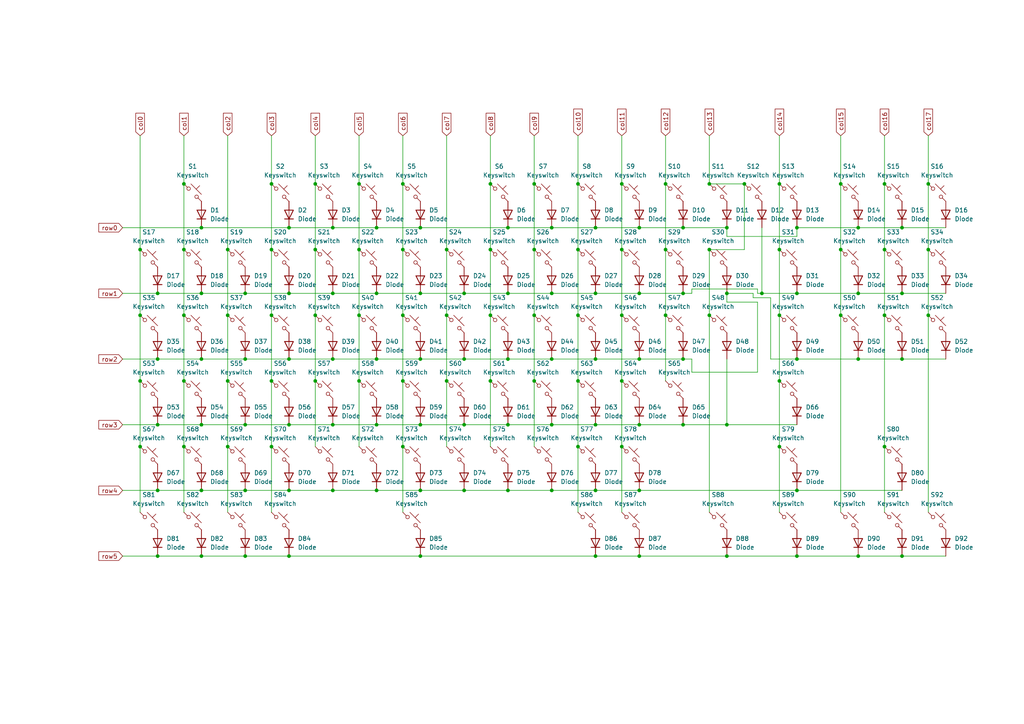
<source format=kicad_sch>
(kicad_sch (version 20250114) (generator "eeschema") (generator_version "9.0")
  (paper "A4")
  (junction (at 40.64 129.54))
  (junction (at 172.72 85.09))
  (junction (at 248.92 66.04))
  (junction (at 109.22 104.14))
  (junction (at 226.06 72.39))
  (junction (at 185.42 142.24))
  (junction (at 134.62 85.09))
  (junction (at 116.84 110.49))
  (junction (at 185.42 104.14))
  (junction (at 198.12 104.14))
  (junction (at 142.24 91.44))
  (junction (at 193.04 91.44))
  (junction (at 205.74 72.39))
  (junction (at 243.84 72.39))
  (junction (at 45.72 104.14))
  (junction (at 231.14 142.24))
  (junction (at 116.84 72.39))
  (junction (at 198.12 123.19))
  (junction (at 121.92 123.19))
  (junction (at 269.24 72.39))
  (junction (at 210.82 123.19))
  (junction (at 205.74 53.34))
  (junction (at 53.34 129.54))
  (junction (at 198.12 85.09))
  (junction (at 185.42 85.09))
  (junction (at 231.14 161.29))
  (junction (at 160.02 104.14))
  (junction (at 71.12 142.24))
  (junction (at 78.74 53.34))
  (junction (at 261.62 161.29))
  (junction (at 116.84 53.34))
  (junction (at 193.04 72.39))
  (junction (at 167.64 72.39))
  (junction (at 248.92 104.14))
  (junction (at 121.92 161.29))
  (junction (at 180.34 110.49))
  (junction (at 172.72 123.19))
  (junction (at 121.92 104.14))
  (junction (at 58.42 123.19))
  (junction (at 116.84 91.44))
  (junction (at 109.22 123.19))
  (junction (at 96.52 142.24))
  (junction (at 205.74 91.44))
  (junction (at 185.42 66.04))
  (junction (at 45.72 123.19))
  (junction (at 248.92 161.29))
  (junction (at 248.92 85.09))
  (junction (at 109.22 66.04))
  (junction (at 261.62 85.09))
  (junction (at 154.94 110.49))
  (junction (at 154.94 53.34))
  (junction (at 142.24 72.39))
  (junction (at 256.54 53.34))
  (junction (at 121.92 142.24))
  (junction (at 167.64 110.49))
  (junction (at 185.42 123.19))
  (junction (at 78.74 91.44))
  (junction (at 45.72 85.09))
  (junction (at 58.42 142.24))
  (junction (at 231.14 85.09))
  (junction (at 226.06 110.49))
  (junction (at 147.32 66.04))
  (junction (at 96.52 85.09))
  (junction (at 121.92 85.09))
  (junction (at 53.34 53.34))
  (junction (at 160.02 85.09))
  (junction (at 129.54 72.39))
  (junction (at 154.94 72.39))
  (junction (at 83.82 161.29))
  (junction (at 180.34 129.54))
  (junction (at 142.24 53.34))
  (junction (at 91.44 91.44))
  (junction (at 83.82 66.04))
  (junction (at 193.04 53.34))
  (junction (at 160.02 142.24))
  (junction (at 172.72 142.24))
  (junction (at 71.12 123.19))
  (junction (at 220.98 85.09))
  (junction (at 129.54 91.44))
  (junction (at 109.22 85.09))
  (junction (at 96.52 66.04))
  (junction (at 172.72 66.04))
  (junction (at 226.06 129.54))
  (junction (at 231.14 104.14))
  (junction (at 172.72 104.14))
  (junction (at 180.34 72.39))
  (junction (at 261.62 66.04))
  (junction (at 261.62 104.14))
  (junction (at 45.72 142.24))
  (junction (at 180.34 53.34))
  (junction (at 210.82 161.29))
  (junction (at 109.22 142.24))
  (junction (at 45.72 161.29))
  (junction (at 66.04 72.39))
  (junction (at 180.34 91.44))
  (junction (at 83.82 104.14))
  (junction (at 147.32 142.24))
  (junction (at 167.64 53.34))
  (junction (at 172.72 161.29))
  (junction (at 243.84 91.44))
  (junction (at 121.92 66.04))
  (junction (at 83.82 123.19))
  (junction (at 53.34 72.39))
  (junction (at 71.12 161.29))
  (junction (at 147.32 85.09))
  (junction (at 256.54 72.39))
  (junction (at 40.64 72.39))
  (junction (at 66.04 110.49))
  (junction (at 40.64 91.44))
  (junction (at 71.12 104.14))
  (junction (at 269.24 53.34))
  (junction (at 215.9 53.34))
  (junction (at 269.24 91.44))
  (junction (at 58.42 104.14))
  (junction (at 71.12 85.09))
  (junction (at 147.32 104.14))
  (junction (at 210.82 66.04))
  (junction (at 226.06 53.34))
  (junction (at 154.94 91.44))
  (junction (at 58.42 161.29))
  (junction (at 256.54 91.44))
  (junction (at 185.42 161.29))
  (junction (at 104.14 110.49))
  (junction (at 147.32 123.19))
  (junction (at 78.74 110.49))
  (junction (at 53.34 91.44))
  (junction (at 231.14 66.04))
  (junction (at 58.42 66.04))
  (junction (at 53.34 110.49))
  (junction (at 134.62 142.24))
  (junction (at 104.14 53.34))
  (junction (at 243.84 53.34))
  (junction (at 96.52 104.14))
  (junction (at 256.54 129.54))
  (junction (at 104.14 72.39))
  (junction (at 226.06 91.44))
  (junction (at 58.42 85.09))
  (junction (at 91.44 72.39))
  (junction (at 78.74 129.54))
  (junction (at 78.74 72.39))
  (junction (at 142.24 110.49))
  (junction (at 66.04 91.44))
  (junction (at 160.02 66.04))
  (junction (at 66.04 129.54))
  (junction (at 198.12 66.04))
  (junction (at 129.54 110.49))
  (junction (at 40.64 110.49))
  (junction (at 91.44 53.34))
  (junction (at 104.14 91.44))
  (junction (at 167.64 91.44))
  (junction (at 167.64 129.54))
  (junction (at 134.62 104.14))
  (junction (at 134.62 123.19))
  (junction (at 83.82 142.24))
  (junction (at 83.82 85.09))
  (junction (at 91.44 110.49))
  (junction (at 96.52 123.19))
  (junction (at 210.82 85.09))
  (junction (at 116.84 129.54))
  (junction (at 160.02 123.19))
  (wire (pts (xy 134.62 142.24) (xy 147.32 142.24)))
  (wire (pts (xy 104.14 72.39) (xy 104.14 91.44)))
  (wire (pts (xy 256.54 91.44) (xy 256.54 129.54)))
  (wire (pts (xy 35.56 123.19) (xy 45.72 123.19)))
  (wire (pts (xy 200.66 83.82) (xy 219.71 83.82)))
  (wire (pts (xy 91.44 39.37) (xy 91.44 53.34)))
  (wire (pts (xy 66.04 129.54) (xy 66.04 148.59)))
  (wire (pts (xy 71.12 104.14) (xy 83.82 104.14)))
  (wire (pts (xy 78.74 39.37) (xy 78.74 53.34)))
  (wire (pts (xy 129.54 91.44) (xy 129.54 110.49)))
  (wire (pts (xy 96.52 104.14) (xy 109.22 104.14)))
  (wire (pts (xy 45.72 85.09) (xy 58.42 85.09)))
  (wire (pts (xy 45.72 123.19) (xy 58.42 123.19)))
  (wire (pts (xy 167.64 53.34) (xy 167.64 72.39)))
  (wire (pts (xy 142.24 39.37) (xy 142.24 53.34)))
  (wire (pts (xy 58.42 123.19) (xy 71.12 123.19)))
  (wire (pts (xy 198.12 123.19) (xy 210.82 123.19)))
  (wire (pts (xy 205.74 72.39) (xy 215.9 72.39)))
  (wire (pts (xy 243.84 53.34) (xy 243.84 72.39)))
  (wire (pts (xy 226.06 129.54) (xy 226.06 148.59)))
  (wire (pts (xy 91.44 72.39) (xy 91.44 91.44)))
  (wire (pts (xy 219.71 85.09) (xy 220.98 85.09)))
  (wire (pts (xy 129.54 72.39) (xy 129.54 91.44)))
  (wire (pts (xy 261.62 66.04) (xy 274.32 66.04)))
  (wire (pts (xy 248.92 85.09) (xy 261.62 85.09)))
  (wire (pts (xy 66.04 72.39) (xy 66.04 91.44)))
  (wire (pts (xy 185.42 66.04) (xy 198.12 66.04)))
  (wire (pts (xy 142.24 110.49) (xy 142.24 129.54)))
  (wire (pts (xy 147.32 123.19) (xy 160.02 123.19)))
  (wire (pts (xy 134.62 104.14) (xy 147.32 104.14)))
  (wire (pts (xy 96.52 123.19) (xy 109.22 123.19)))
  (wire (pts (xy 269.24 53.34) (xy 269.24 72.39)))
  (wire (pts (xy 121.92 104.14) (xy 134.62 104.14)))
  (wire (pts (xy 78.74 53.34) (xy 78.74 72.39)))
  (wire (pts (xy 226.06 91.44) (xy 226.06 110.49)))
  (wire (pts (xy 220.98 66.04) (xy 220.98 85.09)))
  (wire (pts (xy 40.64 72.39) (xy 40.64 91.44)))
  (wire (pts (xy 185.42 85.09) (xy 198.12 85.09)))
  (wire (pts (xy 160.02 85.09) (xy 172.72 85.09)))
  (wire (pts (xy 210.82 123.19) (xy 231.14 123.19)))
  (wire (pts (xy 180.34 72.39) (xy 180.34 91.44)))
  (wire (pts (xy 104.14 91.44) (xy 104.14 110.49)))
  (wire (pts (xy 205.74 53.34) (xy 215.9 53.34)))
  (wire (pts (xy 134.62 123.19) (xy 147.32 123.19)))
  (wire (pts (xy 58.42 104.14) (xy 71.12 104.14)))
  (wire (pts (xy 83.82 85.09) (xy 96.52 85.09)))
  (wire (pts (xy 226.06 110.49) (xy 226.06 129.54)))
  (wire (pts (xy 83.82 161.29) (xy 121.92 161.29)))
  (wire (pts (xy 226.06 53.34) (xy 226.06 72.39)))
  (wire (pts (xy 121.92 66.04) (xy 147.32 66.04)))
  (wire (pts (xy 210.82 85.09) (xy 210.82 87.63)))
  (wire (pts (xy 210.82 85.09) (xy 218.44 85.09)))
  (wire (pts (xy 243.84 91.44) (xy 243.84 148.59)))
  (wire (pts (xy 167.64 72.39) (xy 167.64 91.44)))
  (wire (pts (xy 109.22 123.19) (xy 121.92 123.19)))
  (wire (pts (xy 45.72 142.24) (xy 58.42 142.24)))
  (wire (pts (xy 185.42 142.24) (xy 231.14 142.24)))
  (wire (pts (xy 185.42 161.29) (xy 210.82 161.29)))
  (wire (pts (xy 58.42 66.04) (xy 83.82 66.04)))
  (wire (pts (xy 142.24 72.39) (xy 142.24 91.44)))
  (wire (pts (xy 78.74 91.44) (xy 78.74 110.49)))
  (wire (pts (xy 218.44 85.09) (xy 218.44 86.36)))
  (wire (pts (xy 231.14 142.24) (xy 261.62 142.24)))
  (wire (pts (xy 45.72 104.14) (xy 58.42 104.14)))
  (wire (pts (xy 160.02 66.04) (xy 172.72 66.04)))
  (wire (pts (xy 223.52 86.36) (xy 223.52 104.14)))
  (wire (pts (xy 121.92 123.19) (xy 134.62 123.19)))
  (wire (pts (xy 35.56 104.14) (xy 45.72 104.14)))
  (wire (pts (xy 210.82 161.29) (xy 231.14 161.29)))
  (wire (pts (xy 104.14 39.37) (xy 104.14 53.34)))
  (wire (pts (xy 35.56 85.09) (xy 45.72 85.09)))
  (wire (pts (xy 121.92 142.24) (xy 134.62 142.24)))
  (wire (pts (xy 147.32 66.04) (xy 160.02 66.04)))
  (wire (pts (xy 172.72 104.14) (xy 185.42 104.14)))
  (wire (pts (xy 172.72 66.04) (xy 185.42 66.04)))
  (wire (pts (xy 231.14 66.04) (xy 248.92 66.04)))
  (wire (pts (xy 269.24 39.37) (xy 269.24 53.34)))
  (wire (pts (xy 121.92 161.29) (xy 172.72 161.29)))
  (wire (pts (xy 58.42 161.29) (xy 71.12 161.29)))
  (wire (pts (xy 261.62 161.29) (xy 274.32 161.29)))
  (wire (pts (xy 256.54 129.54) (xy 256.54 148.59)))
  (wire (pts (xy 147.32 142.24) (xy 160.02 142.24)))
  (wire (pts (xy 53.34 53.34) (xy 53.34 72.39)))
  (wire (pts (xy 218.44 86.36) (xy 223.52 86.36)))
  (wire (pts (xy 142.24 53.34) (xy 142.24 72.39)))
  (wire (pts (xy 109.22 104.14) (xy 121.92 104.14)))
  (wire (pts (xy 116.84 110.49) (xy 116.84 129.54)))
  (wire (pts (xy 121.92 85.09) (xy 134.62 85.09)))
  (wire (pts (xy 193.04 91.44) (xy 193.04 110.49)))
  (wire (pts (xy 219.71 107.95) (xy 219.71 87.63)))
  (wire (pts (xy 154.94 39.37) (xy 154.94 53.34)))
  (wire (pts (xy 269.24 72.39) (xy 269.24 91.44)))
  (wire (pts (xy 180.34 129.54) (xy 180.34 148.59)))
  (wire (pts (xy 172.72 85.09) (xy 185.42 85.09)))
  (wire (pts (xy 198.12 104.14) (xy 200.66 104.14)))
  (wire (pts (xy 40.64 129.54) (xy 40.64 148.59)))
  (wire (pts (xy 226.06 39.37) (xy 226.06 53.34)))
  (wire (pts (xy 219.71 87.63) (xy 210.82 87.63)))
  (wire (pts (xy 172.72 123.19) (xy 185.42 123.19)))
  (wire (pts (xy 248.92 66.04) (xy 261.62 66.04)))
  (wire (pts (xy 104.14 110.49) (xy 104.14 129.54)))
  (wire (pts (xy 116.84 39.37) (xy 116.84 53.34)))
  (wire (pts (xy 180.34 39.37) (xy 180.34 53.34)))
  (wire (pts (xy 185.42 123.19) (xy 198.12 123.19)))
  (wire (pts (xy 231.14 161.29) (xy 248.92 161.29)))
  (wire (pts (xy 116.84 72.39) (xy 116.84 91.44)))
  (wire (pts (xy 96.52 85.09) (xy 109.22 85.09)))
  (wire (pts (xy 210.82 68.58) (xy 210.82 66.04)))
  (wire (pts (xy 58.42 142.24) (xy 71.12 142.24)))
  (wire (pts (xy 167.64 129.54) (xy 167.64 148.59)))
  (wire (pts (xy 210.82 104.14) (xy 210.82 123.19)))
  (wire (pts (xy 215.9 53.34) (xy 215.9 72.39)))
  (wire (pts (xy 129.54 39.37) (xy 129.54 72.39)))
  (wire (pts (xy 71.12 123.19) (xy 83.82 123.19)))
  (wire (pts (xy 167.64 91.44) (xy 167.64 110.49)))
  (wire (pts (xy 40.64 39.37) (xy 40.64 72.39)))
  (wire (pts (xy 231.14 85.09) (xy 248.92 85.09)))
  (wire (pts (xy 154.94 53.34) (xy 154.94 72.39)))
  (wire (pts (xy 40.64 91.44) (xy 40.64 110.49)))
  (wire (pts (xy 269.24 91.44) (xy 269.24 148.59)))
  (wire (pts (xy 45.72 161.29) (xy 58.42 161.29)))
  (wire (pts (xy 96.52 66.04) (xy 109.22 66.04)))
  (wire (pts (xy 180.34 53.34) (xy 180.34 72.39)))
  (wire (pts (xy 83.82 66.04) (xy 96.52 66.04)))
  (wire (pts (xy 243.84 72.39) (xy 243.84 91.44)))
  (wire (pts (xy 116.84 91.44) (xy 116.84 110.49)))
  (wire (pts (xy 147.32 85.09) (xy 160.02 85.09)))
  (wire (pts (xy 200.66 85.09) (xy 200.66 83.82)))
  (wire (pts (xy 193.04 72.39) (xy 193.04 91.44)))
  (wire (pts (xy 167.64 110.49) (xy 167.64 129.54)))
  (wire (pts (xy 109.22 66.04) (xy 121.92 66.04)))
  (wire (pts (xy 172.72 161.29) (xy 185.42 161.29)))
  (wire (pts (xy 53.34 72.39) (xy 53.34 91.44)))
  (wire (pts (xy 248.92 161.29) (xy 261.62 161.29)))
  (wire (pts (xy 78.74 72.39) (xy 78.74 91.44)))
  (wire (pts (xy 53.34 110.49) (xy 53.34 129.54)))
  (wire (pts (xy 180.34 110.49) (xy 180.34 129.54)))
  (wire (pts (xy 91.44 91.44) (xy 91.44 110.49)))
  (wire (pts (xy 223.52 104.14) (xy 231.14 104.14)))
  (wire (pts (xy 116.84 129.54) (xy 116.84 148.59)))
  (wire (pts (xy 116.84 53.34) (xy 116.84 72.39)))
  (wire (pts (xy 198.12 66.04) (xy 210.82 66.04)))
  (wire (pts (xy 205.74 72.39) (xy 205.74 91.44)))
  (wire (pts (xy 231.14 68.58) (xy 231.14 66.04)))
  (wire (pts (xy 256.54 72.39) (xy 256.54 91.44)))
  (wire (pts (xy 185.42 104.14) (xy 198.12 104.14)))
  (wire (pts (xy 78.74 110.49) (xy 78.74 129.54)))
  (wire (pts (xy 261.62 85.09) (xy 274.32 85.09)))
  (wire (pts (xy 226.06 72.39) (xy 226.06 91.44)))
  (wire (pts (xy 53.34 129.54) (xy 53.34 148.59)))
  (wire (pts (xy 198.12 85.09) (xy 200.66 85.09)))
  (wire (pts (xy 154.94 91.44) (xy 154.94 110.49)))
  (wire (pts (xy 35.56 142.24) (xy 45.72 142.24)))
  (wire (pts (xy 66.04 39.37) (xy 66.04 72.39)))
  (wire (pts (xy 134.62 85.09) (xy 147.32 85.09)))
  (wire (pts (xy 219.71 83.82) (xy 219.71 85.09)))
  (wire (pts (xy 104.14 53.34) (xy 104.14 72.39)))
  (wire (pts (xy 180.34 91.44) (xy 180.34 110.49)))
  (wire (pts (xy 200.66 104.14) (xy 200.66 107.95)))
  (wire (pts (xy 83.82 104.14) (xy 96.52 104.14)))
  (wire (pts (xy 83.82 142.24) (xy 96.52 142.24)))
  (wire (pts (xy 256.54 39.37) (xy 256.54 53.34)))
  (wire (pts (xy 109.22 142.24) (xy 121.92 142.24)))
  (wire (pts (xy 40.64 110.49) (xy 40.64 129.54)))
  (wire (pts (xy 193.04 53.34) (xy 193.04 72.39)))
  (wire (pts (xy 160.02 142.24) (xy 172.72 142.24)))
  (wire (pts (xy 160.02 123.19) (xy 172.72 123.19)))
  (wire (pts (xy 91.44 110.49) (xy 91.44 129.54)))
  (wire (pts (xy 91.44 53.34) (xy 91.44 72.39)))
  (wire (pts (xy 53.34 91.44) (xy 53.34 110.49)))
  (wire (pts (xy 261.62 104.14) (xy 274.32 104.14)))
  (wire (pts (xy 172.72 142.24) (xy 185.42 142.24)))
  (wire (pts (xy 71.12 142.24) (xy 83.82 142.24)))
  (wire (pts (xy 248.92 104.14) (xy 261.62 104.14)))
  (wire (pts (xy 220.98 85.09) (xy 231.14 85.09)))
  (wire (pts (xy 66.04 91.44) (xy 66.04 110.49)))
  (wire (pts (xy 256.54 53.34) (xy 256.54 72.39)))
  (wire (pts (xy 71.12 85.09) (xy 83.82 85.09)))
  (wire (pts (xy 205.74 91.44) (xy 205.74 148.59)))
  (wire (pts (xy 71.12 161.29) (xy 83.82 161.29)))
  (wire (pts (xy 96.52 142.24) (xy 109.22 142.24)))
  (wire (pts (xy 200.66 107.95) (xy 219.71 107.95)))
  (wire (pts (xy 142.24 91.44) (xy 142.24 110.49)))
  (wire (pts (xy 78.74 129.54) (xy 78.74 148.59)))
  (wire (pts (xy 154.94 72.39) (xy 154.94 91.44)))
  (wire (pts (xy 231.14 104.14) (xy 248.92 104.14)))
  (wire (pts (xy 109.22 85.09) (xy 121.92 85.09)))
  (wire (pts (xy 193.04 39.37) (xy 193.04 53.34)))
  (wire (pts (xy 205.74 39.37) (xy 205.74 53.34)))
  (wire (pts (xy 129.54 110.49) (xy 129.54 129.54)))
  (wire (pts (xy 66.04 110.49) (xy 66.04 129.54)))
  (wire (pts (xy 35.56 66.04) (xy 58.42 66.04)))
  (wire (pts (xy 160.02 104.14) (xy 172.72 104.14)))
  (wire (pts (xy 154.94 110.49) (xy 154.94 129.54)))
  (wire (pts (xy 53.34 39.37) (xy 53.34 53.34)))
  (wire (pts (xy 83.82 123.19) (xy 96.52 123.19)))
  (wire (pts (xy 167.64 39.37) (xy 167.64 53.34)))
  (wire (pts (xy 35.56 161.29) (xy 45.72 161.29)))
  (wire (pts (xy 58.42 85.09) (xy 71.12 85.09)))
  (wire (pts (xy 243.84 39.37) (xy 243.84 53.34)))
  (wire (pts (xy 210.82 68.58) (xy 231.14 68.58)))
  (wire (pts (xy 147.32 104.14) (xy 160.02 104.14)))
  (global_label "row3" (shape input) (at 373.38 82.55 0) (property "Intersheetrefs" "${INTERSHEET_REFS}" (effects (hide yes))))
  (global_label "col15" (shape input) (at 243.84 39.37 90) (property "Intersheetrefs" "${INTERSHEET_REFS}" (effects (hide yes))))
  (global_label "col0" (shape input) (at 40.64 39.37 90) (property "Intersheetrefs" "${INTERSHEET_REFS}" (effects (hide yes))))
  (global_label "col1" (shape input) (at 53.34 39.37 90) (property "Intersheetrefs" "${INTERSHEET_REFS}" (effects (hide yes))))
  (global_label "col10" (shape input) (at 167.64 39.37 90) (property "Intersheetrefs" "${INTERSHEET_REFS}" (effects (hide yes))))
  (global_label "row0" (shape input) (at 373.38 97.79 0) (property "Intersheetrefs" "${INTERSHEET_REFS}" (effects (hide yes))))
  (global_label "col6" (shape input) (at 327.66 97.79 180) (property "Intersheetrefs" "${INTERSHEET_REFS}" (effects (hide yes))))
  (global_label "col4" (shape input) (at 327.66 102.87 180) (property "Intersheetrefs" "${INTERSHEET_REFS}" (effects (hide yes))))
  (global_label "col2" (shape input) (at 66.04 39.37 90) (property "Intersheetrefs" "${INTERSHEET_REFS}" (effects (hide yes))))
  (global_label "row5" (shape input) (at 373.38 77.47 0) (property "Intersheetrefs" "${INTERSHEET_REFS}" (effects (hide yes))))
  (global_label "col16" (shape input) (at 256.54 39.37 90) (property "Intersheetrefs" "${INTERSHEET_REFS}" (effects (hide yes))))
  (global_label "col13" (shape input) (at 205.74 39.37 90) (property "Intersheetrefs" "${INTERSHEET_REFS}" (effects (hide yes))))
  (global_label "col6" (shape input) (at 116.84 39.37 90) (property "Intersheetrefs" "${INTERSHEET_REFS}" (effects (hide yes))))
  (global_label "col3" (shape input) (at 78.74 39.37 90) (property "Intersheetrefs" "${INTERSHEET_REFS}" (effects (hide yes))))
  (global_label "row0" (shape input) (at 35.56 66.04 180) (property "Intersheetrefs" "${INTERSHEET_REFS}" (effects (hide yes))))
  (global_label "row4" (shape input) (at 35.56 142.24 180) (property "Intersheetrefs" "${INTERSHEET_REFS}" (effects (hide yes))))
  (global_label "col15" (shape input) (at 327.66 74.93 180) (property "Intersheetrefs" "${INTERSHEET_REFS}" (effects (hide yes))))
  (global_label "col17" (shape input) (at 269.24 39.37 90) (property "Intersheetrefs" "${INTERSHEET_REFS}" (effects (hide yes))))
  (global_label "row5" (shape input) (at 35.56 161.29 180) (property "Intersheetrefs" "${INTERSHEET_REFS}" (effects (hide yes))))
  (global_label "col14" (shape input) (at 327.66 77.47 180) (property "Intersheetrefs" "${INTERSHEET_REFS}" (effects (hide yes))))
  (global_label "col8" (shape input) (at 142.24 39.37 90) (property "Intersheetrefs" "${INTERSHEET_REFS}" (effects (hide yes))))
  (global_label "col10" (shape input) (at 327.66 87.63 180) (property "Intersheetrefs" "${INTERSHEET_REFS}" (effects (hide yes))))
  (global_label "col16" (shape input) (at 327.66 72.39 180) (property "Intersheetrefs" "${INTERSHEET_REFS}" (effects (hide yes))))
  (global_label "col11" (shape input) (at 180.34 39.37 90) (property "Intersheetrefs" "${INTERSHEET_REFS}" (effects (hide yes))))
  (global_label "col1" (shape input) (at 373.38 72.39 0) (property "Intersheetrefs" "${INTERSHEET_REFS}" (effects (hide yes))))
  (global_label "col7" (shape input) (at 327.66 95.25 180) (property "Intersheetrefs" "${INTERSHEET_REFS}" (effects (hide yes))))
  (global_label "col11" (shape input) (at 327.66 85.09 180) (property "Intersheetrefs" "${INTERSHEET_REFS}" (effects (hide yes))))
  (global_label "row4" (shape input) (at 373.38 80.01 0) (property "Intersheetrefs" "${INTERSHEET_REFS}" (effects (hide yes))))
  (global_label "col3" (shape input) (at 327.66 105.41 180) (property "Intersheetrefs" "${INTERSHEET_REFS}" (effects (hide yes))))
  (global_label "col0" (shape input) (at 373.38 74.93 0) (property "Intersheetrefs" "${INTERSHEET_REFS}" (effects (hide yes))))
  (global_label "col4" (shape input) (at 91.44 39.37 90) (property "Intersheetrefs" "${INTERSHEET_REFS}" (effects (hide yes))))
  (global_label "row2" (shape input) (at 35.56 104.14 180) (property "Intersheetrefs" "${INTERSHEET_REFS}" (effects (hide yes))))
  (global_label "col9" (shape input) (at 327.66 90.17 180) (property "Intersheetrefs" "${INTERSHEET_REFS}" (effects (hide yes))))
  (global_label "col8" (shape input) (at 327.66 92.71 180) (property "Intersheetrefs" "${INTERSHEET_REFS}" (effects (hide yes))))
  (global_label "col12" (shape input) (at 193.04 39.37 90) (property "Intersheetrefs" "${INTERSHEET_REFS}" (effects (hide yes))))
  (global_label "col5" (shape input) (at 327.66 100.33 180) (property "Intersheetrefs" "${INTERSHEET_REFS}" (effects (hide yes))))
  (global_label "row2" (shape input) (at 373.38 85.09 0) (property "Intersheetrefs" "${INTERSHEET_REFS}" (effects (hide yes))))
  (global_label "col5" (shape input) (at 104.14 39.37 90) (property "Intersheetrefs" "${INTERSHEET_REFS}" (effects (hide yes))))
  (global_label "col12" (shape input) (at 327.66 82.55 180) (property "Intersheetrefs" "${INTERSHEET_REFS}" (effects (hide yes))))
  (global_label "row1" (shape input) (at 35.56 85.09 180) (property "Intersheetrefs" "${INTERSHEET_REFS}" (effects (hide yes))))
  (global_label "col14" (shape input) (at 226.06 39.37 90) (property "Intersheetrefs" "${INTERSHEET_REFS}" (effects (hide yes))))
  (global_label "col2" (shape input) (at 327.66 107.95 180) (property "Intersheetrefs" "${INTERSHEET_REFS}" (effects (hide yes))))
  (global_label "row3" (shape input) (at 35.56 123.19 180) (property "Intersheetrefs" "${INTERSHEET_REFS}" (effects (hide yes))))
  (global_label "col13" (shape input) (at 327.66 80.01 180) (property "Intersheetrefs" "${INTERSHEET_REFS}" (effects (hide yes))))
  (global_label "col9" (shape input) (at 154.94 39.37 90) (property "Intersheetrefs" "${INTERSHEET_REFS}" (effects (hide yes))))
  (global_label "row1" (shape input) (at 373.38 87.63 0) (property "Intersheetrefs" "${INTERSHEET_REFS}" (effects (hide yes))))
  (global_label "col7" (shape input) (at 129.54 39.37 90) (property "Intersheetrefs" "${INTERSHEET_REFS}" (effects (hide yes))))
  (global_label "col17" (shape input) (at 327.66 69.85 180) (property "Intersheetrefs" "${INTERSHEET_REFS}" (effects (hide yes))))
  (symbol (lib_id "ScottoKeebs:Placeholder_Keyswitch") (at 182.88 151.13 0) (unit 1)
    (property "Reference" "S87" (at 182.88 143.51 0))
    (property "Value" "Keyswitch" (at 182.88 146.05 0))
    (property "Footprint" "ScottoKeebs_MX:MX_PCB_1.00u" (effects (hide yes)))
    (property "Description" "Push button switch, normally open, two pins, 45° tilted" (effects (hide yes)))
  )
  (symbol (lib_id "ScottoKeebs:Placeholder_Keyswitch") (at 132.08 132.08 0) (unit 1)
    (property "Reference" "S74" (at 132.08 124.46 0))
    (property "Value" "Keyswitch" (at 132.08 127 0))
    (property "Footprint" "ScottoKeebs_MX:MX_PCB_1.00u" (effects (hide yes)))
    (property "Description" "Push button switch, normally open, two pins, 45° tilted" (effects (hide yes)))
  )
  (symbol (lib_id "ScottoKeebs:Placeholder_Keyswitch") (at 55.88 132.08 0) (unit 1)
    (property "Reference" "S68" (at 55.88 124.46 0))
    (property "Value" "Keyswitch" (at 55.88 127 0))
    (property "Footprint" "ScottoKeebs_MX:MX_PCB_1.00u" (effects (hide yes)))
    (property "Description" "Push button switch, normally open, two pins, 45° tilted" (effects (hide yes)))
  )
  (symbol (lib_id "ScottoKeebs:Placeholder_Diode") (at 220.98 62.23 90) (unit 1)
    (property "Reference" "D12" (at 223.52 60.9599 90) (effects (justify right)))
    (property "Value" "Diode" (at 223.52 63.4999 90) (effects (justify right)))
    (property "Footprint" "ScottoKeebs_Components:Diode_DO-35" (effects (hide yes)))
    (property "Description" "1N4148 (DO-35) or 1N4148W (SOD-123)" (effects (hide yes)))
    (property "Sim.Device" "D" (effects (hide yes)))
    (property "Sim.Pins" "1=K 2=A" (effects (hide yes)))
  )
  (symbol (lib_id "ScottoKeebs:Placeholder_Diode") (at 96.52 81.28 90) (unit 1)
    (property "Reference" "D21" (at 99.06 80.0099 90) (effects (justify right)))
    (property "Value" "Diode" (at 99.06 82.5499 90) (effects (justify right)))
    (property "Footprint" "ScottoKeebs_Components:Diode_DO-35" (effects (hide yes)))
    (property "Description" "1N4148 (DO-35) or 1N4148W (SOD-123)" (effects (hide yes)))
    (property "Sim.Device" "D" (effects (hide yes)))
    (property "Sim.Pins" "1=K 2=A" (effects (hide yes)))
  )
  (symbol (lib_id "ScottoKeebs:Placeholder_Diode") (at 185.42 157.48 90) (unit 1)
    (property "Reference" "D87" (at 187.96 156.2099 90) (effects (justify right)))
    (property "Value" "Diode" (at 187.96 158.7499 90) (effects (justify right)))
    (property "Footprint" "ScottoKeebs_Components:Diode_DO-35" (effects (hide yes)))
    (property "Description" "1N4148 (DO-35) or 1N4148W (SOD-123)" (effects (hide yes)))
    (property "Sim.Device" "D" (effects (hide yes)))
    (property "Sim.Pins" "1=K 2=A" (effects (hide yes)))
  )
  (symbol (lib_id "ScottoKeebs:Placeholder_Diode") (at 185.42 100.33 90) (unit 1)
    (property "Reference" "D46" (at 187.96 99.0599 90) (effects (justify right)))
    (property "Value" "Diode" (at 187.96 101.5999 90) (effects (justify right)))
    (property "Footprint" "ScottoKeebs_Components:Diode_DO-35" (effects (hide yes)))
    (property "Description" "1N4148 (DO-35) or 1N4148W (SOD-123)" (effects (hide yes)))
    (property "Sim.Device" "D" (effects (hide yes)))
    (property "Sim.Pins" "1=K 2=A" (effects (hide yes)))
  )
  (symbol (lib_id "ScottoKeebs:Placeholder_Keyswitch") (at 182.88 55.88 0) (unit 1)
    (property "Reference" "S9" (at 182.88 48.26 0))
    (property "Value" "Keyswitch" (at 182.88 50.8 0))
    (property "Footprint" "ScottoKeebs_MX:MX_PCB_1.00u" (effects (hide yes)))
    (property "Description" "Push button switch, normally open, two pins, 45° tilted" (effects (hide yes)))
  )
  (symbol (lib_id "ScottoKeebs:Placeholder_Keyswitch") (at 182.88 74.93 0) (unit 1)
    (property "Reference" "S28" (at 182.88 67.31 0))
    (property "Value" "Keyswitch" (at 182.88 69.85 0))
    (property "Footprint" "ScottoKeebs_MX:MX_PCB_1.00u" (effects (hide yes)))
    (property "Description" "Push button switch, normally open, two pins, 45° tilted" (effects (hide yes)))
  )
  (symbol (lib_id "ScottoKeebs:Placeholder_Keyswitch") (at 208.28 55.88 0) (unit 1)
    (property "Reference" "S11" (at 208.28 48.26 0))
    (property "Value" "Keyswitch" (at 208.28 50.8 0))
    (property "Footprint" "ScottoKeebs_MX:MX_PCB_1.00u" (effects (hide yes)))
    (property "Description" "Push button switch, normally open, two pins, 45° tilted" (effects (hide yes)))
  )
  (symbol (lib_id "ScottoKeebs:Placeholder_Keyswitch") (at 144.78 132.08 0) (unit 1)
    (property "Reference" "S75" (at 144.78 124.46 0))
    (property "Value" "Keyswitch" (at 144.78 127 0))
    (property "Footprint" "ScottoKeebs_MX:MX_PCB_1.00u" (effects (hide yes)))
    (property "Description" "Push button switch, normally open, two pins, 45° tilted" (effects (hide yes)))
  )
  (symbol (lib_id "ScottoKeebs:Placeholder_Diode") (at 71.12 81.28 90) (unit 1)
    (property "Reference" "D19" (at 73.66 80.0099 90) (effects (justify right)))
    (property "Value" "Diode" (at 73.66 82.5499 90) (effects (justify right)))
    (property "Footprint" "ScottoKeebs_Components:Diode_DO-35" (effects (hide yes)))
    (property "Description" "1N4148 (DO-35) or 1N4148W (SOD-123)" (effects (hide yes)))
    (property "Sim.Device" "D" (effects (hide yes)))
    (property "Sim.Pins" "1=K 2=A" (effects (hide yes)))
  )
  (symbol (lib_id "ScottoKeebs:Placeholder_Diode") (at 147.32 138.43 90) (unit 1)
    (property "Reference" "D75" (at 149.86 137.1599 90) (effects (justify right)))
    (property "Value" "Diode" (at 149.86 139.6999 90) (effects (justify right)))
    (property "Footprint" "ScottoKeebs_Components:Diode_DO-35" (effects (hide yes)))
    (property "Description" "1N4148 (DO-35) or 1N4148W (SOD-123)" (effects (hide yes)))
    (property "Sim.Device" "D" (effects (hide yes)))
    (property "Sim.Pins" "1=K 2=A" (effects (hide yes)))
  )
  (symbol (lib_id "ScottoKeebs:Placeholder_Diode") (at 45.72 138.43 90) (unit 1)
    (property "Reference" "D67" (at 48.26 137.1599 90) (effects (justify right)))
    (property "Value" "Diode" (at 48.26 139.6999 90) (effects (justify right)))
    (property "Footprint" "ScottoKeebs_Components:Diode_DO-35" (effects (hide yes)))
    (property "Description" "1N4148 (DO-35) or 1N4148W (SOD-123)" (effects (hide yes)))
    (property "Sim.Device" "D" (effects (hide yes)))
    (property "Sim.Pins" "1=K 2=A" (effects (hide yes)))
  )
  (symbol (lib_id "ScottoKeebs:Placeholder_Keyswitch") (at 93.98 132.08 0) (unit 1)
    (property "Reference" "S71" (at 93.98 124.46 0))
    (property "Value" "Keyswitch" (at 93.98 127 0))
    (property "Footprint" "ScottoKeebs_MX:MX_PCB_1.00u" (effects (hide yes)))
    (property "Description" "Push button switch, normally open, two pins, 45° tilted" (effects (hide yes)))
  )
  (symbol (lib_id "ScottoKeebs:Placeholder_Diode") (at 185.42 138.43 90) (unit 1)
    (property "Reference" "D78" (at 187.96 137.1599 90) (effects (justify right)))
    (property "Value" "Diode" (at 187.96 139.6999 90) (effects (justify right)))
    (property "Footprint" "ScottoKeebs_Components:Diode_DO-35" (effects (hide yes)))
    (property "Description" "1N4148 (DO-35) or 1N4148W (SOD-123)" (effects (hide yes)))
    (property "Sim.Device" "D" (effects (hide yes)))
    (property "Sim.Pins" "1=K 2=A" (effects (hide yes)))
  )
  (symbol (lib_id "ScottoKeebs:Placeholder_Keyswitch") (at 228.6 151.13 0) (unit 1)
    (property "Reference" "S89" (at 228.6 143.51 0))
    (property "Value" "Keyswitch" (at 228.6 146.05 0))
    (property "Footprint" "ScottoKeebs_MX:MX_PCB_1.00u" (effects (hide yes)))
    (property "Description" "Push button switch, normally open, two pins, 45° tilted" (effects (hide yes)))
  )
  (symbol (lib_id "ScottoKeebs:Placeholder_Diode") (at 109.22 138.43 90) (unit 1)
    (property "Reference" "D72" (at 111.76 137.1599 90) (effects (justify right)))
    (property "Value" "Diode" (at 111.76 139.6999 90) (effects (justify right)))
    (property "Footprint" "ScottoKeebs_Components:Diode_DO-35" (effects (hide yes)))
    (property "Description" "1N4148 (DO-35) or 1N4148W (SOD-123)" (effects (hide yes)))
    (property "Sim.Device" "D" (effects (hide yes)))
    (property "Sim.Pins" "1=K 2=A" (effects (hide yes)))
  )
  (symbol (lib_id "ScottoKeebs:Placeholder_Keyswitch") (at 228.6 132.08 0) (unit 1)
    (property "Reference" "S79" (at 228.6 124.46 0))
    (property "Value" "Keyswitch" (at 228.6 127 0))
    (property "Footprint" "ScottoKeebs_MX:MX_PCB_1.00u" (effects (hide yes)))
    (property "Description" "Push button switch, normally open, two pins, 45° tilted" (effects (hide yes)))
  )
  (symbol (lib_id "ScottoKeebs:Placeholder_Keyswitch") (at 208.28 93.98 0) (unit 1)
    (property "Reference" "S48" (at 208.28 86.36 0))
    (property "Value" "Keyswitch" (at 208.28 88.9 0))
    (property "Footprint" "ScottoKeebs_MX:MX_PCB_1.00u" (effects (hide yes)))
    (property "Description" "Push button switch, normally open, two pins, 45° tilted" (effects (hide yes)))
  )
  (symbol (lib_id "ScottoKeebs:Placeholder_Diode") (at 231.14 62.23 90) (unit 1)
    (property "Reference" "D13" (at 233.68 60.9599 90) (effects (justify right)))
    (property "Value" "Diode" (at 233.68 63.4999 90) (effects (justify right)))
    (property "Footprint" "ScottoKeebs_Components:Diode_DO-35" (effects (hide yes)))
    (property "Description" "1N4148 (DO-35) or 1N4148W (SOD-123)" (effects (hide yes)))
    (property "Sim.Device" "D" (effects (hide yes)))
    (property "Sim.Pins" "1=K 2=A" (effects (hide yes)))
  )
  (symbol (lib_id "ScottoKeebs:Placeholder_Diode") (at 45.72 81.28 90) (unit 1)
    (property "Reference" "D17" (at 48.26 80.0099 90) (effects (justify right)))
    (property "Value" "Diode" (at 48.26 82.5499 90) (effects (justify right)))
    (property "Footprint" "ScottoKeebs_Components:Diode_DO-35" (effects (hide yes)))
    (property "Description" "1N4148 (DO-35) or 1N4148W (SOD-123)" (effects (hide yes)))
    (property "Sim.Device" "D" (effects (hide yes)))
    (property "Sim.Pins" "1=K 2=A" (effects (hide yes)))
  )
  (symbol (lib_id "ScottoKeebs:Placeholder_Keyswitch") (at 157.48 93.98 0) (unit 1)
    (property "Reference" "S44" (at 157.48 86.36 0))
    (property "Value" "Keyswitch" (at 157.48 88.9 0))
    (property "Footprint" "ScottoKeebs_MX:MX_PCB_1.00u" (effects (hide yes)))
    (property "Description" "Push button switch, normally open, two pins, 45° tilted" (effects (hide yes)))
  )
  (symbol (lib_id "ScottoKeebs:Placeholder_Diode") (at 261.62 157.48 90) (unit 1)
    (property "Reference" "D91" (at 264.16 156.2099 90) (effects (justify right)))
    (property "Value" "Diode" (at 264.16 158.7499 90) (effects (justify right)))
    (property "Footprint" "ScottoKeebs_Components:Diode_DO-35" (effects (hide yes)))
    (property "Description" "1N4148 (DO-35) or 1N4148W (SOD-123)" (effects (hide yes)))
    (property "Sim.Device" "D" (effects (hide yes)))
    (property "Sim.Pins" "1=K 2=A" (effects (hide yes)))
  )
  (symbol (lib_id "ScottoKeebs:Placeholder_Diode") (at 160.02 138.43 90) (unit 1)
    (property "Reference" "D76" (at 162.56 137.1599 90) (effects (justify right)))
    (property "Value" "Diode" (at 162.56 139.6999 90) (effects (justify right)))
    (property "Footprint" "ScottoKeebs_Components:Diode_DO-35" (effects (hide yes)))
    (property "Description" "1N4148 (DO-35) or 1N4148W (SOD-123)" (effects (hide yes)))
    (property "Sim.Device" "D" (effects (hide yes)))
    (property "Sim.Pins" "1=K 2=A" (effects (hide yes)))
  )
  (symbol (lib_id "ScottoKeebs:Placeholder_Keyswitch") (at 132.08 74.93 0) (unit 1)
    (property "Reference" "S24" (at 132.08 67.31 0))
    (property "Value" "Keyswitch" (at 132.08 69.85 0))
    (property "Footprint" "ScottoKeebs_MX:MX_PCB_1.00u" (effects (hide yes)))
    (property "Description" "Push button switch, normally open, two pins, 45° tilted" (effects (hide yes)))
  )
  (symbol (lib_id "ScottoKeebs:Placeholder_Diode") (at 147.32 62.23 90) (unit 1)
    (property "Reference" "D6" (at 149.86 60.9599 90) (effects (justify right)))
    (property "Value" "Diode" (at 149.86 63.4999 90) (effects (justify right)))
    (property "Footprint" "ScottoKeebs_Components:Diode_DO-35" (effects (hide yes)))
    (property "Description" "1N4148 (DO-35) or 1N4148W (SOD-123)" (effects (hide yes)))
    (property "Sim.Device" "D" (effects (hide yes)))
    (property "Sim.Pins" "1=K 2=A" (effects (hide yes)))
  )
  (symbol (lib_id "ScottoKeebs:Placeholder_Keyswitch") (at 43.18 113.03 0) (unit 1)
    (property "Reference" "S53" (at 43.18 105.41 0))
    (property "Value" "Keyswitch" (at 43.18 107.95 0))
    (property "Footprint" "ScottoKeebs_MX:MX_PCB_1.00u" (effects (hide yes)))
    (property "Description" "Push button switch, normally open, two pins, 45° tilted" (effects (hide yes)))
  )
  (symbol (lib_id "ScottoKeebs:Placeholder_Keyswitch") (at 55.88 74.93 0) (unit 1)
    (property "Reference" "S18" (at 55.88 67.31 0))
    (property "Value" "Keyswitch" (at 55.88 69.85 0))
    (property "Footprint" "ScottoKeebs_MX:MX_PCB_1.00u" (effects (hide yes)))
    (property "Description" "Push button switch, normally open, two pins, 45° tilted" (effects (hide yes)))
  )
  (symbol (lib_id "ScottoKeebs:Placeholder_Keyswitch") (at 259.08 74.93 0) (unit 1)
    (property "Reference" "S33" (at 259.08 67.31 0))
    (property "Value" "Keyswitch" (at 259.08 69.85 0))
    (property "Footprint" "ScottoKeebs_MX:MX_PCB_1.00u" (effects (hide yes)))
    (property "Description" "Push button switch, normally open, two pins, 45° tilted" (effects (hide yes)))
  )
  (symbol (lib_id "ScottoKeebs:Placeholder_Keyswitch") (at 228.6 93.98 0) (unit 1)
    (property "Reference" "S49" (at 228.6 86.36 0))
    (property "Value" "Keyswitch" (at 228.6 88.9 0))
    (property "Footprint" "ScottoKeebs_MX:MX_PCB_1.00u" (effects (hide yes)))
    (property "Description" "Push button switch, normally open, two pins, 45° tilted" (effects (hide yes)))
  )
  (symbol (lib_id "ScottoKeebs:Placeholder_Diode") (at 274.32 62.23 90) (unit 1)
    (property "Reference" "D16" (at 276.86 60.9599 90) (effects (justify right)))
    (property "Value" "Diode" (at 276.86 63.4999 90) (effects (justify right)))
    (property "Footprint" "ScottoKeebs_Components:Diode_DO-35" (effects (hide yes)))
    (property "Description" "1N4148 (DO-35) or 1N4148W (SOD-123)" (effects (hide yes)))
    (property "Sim.Device" "D" (effects (hide yes)))
    (property "Sim.Pins" "1=K 2=A" (effects (hide yes)))
  )
  (symbol (lib_id "ScottoKeebs:Placeholder_Keyswitch") (at 208.28 74.93 0) (unit 1)
    (property "Reference" "S30" (at 208.28 67.31 0))
    (property "Value" "Keyswitch" (at 208.28 69.85 0))
    (property "Footprint" "ScottoKeebs_MX:MX_PCB_1.00u" (effects (hide yes)))
    (property "Description" "Push button switch, normally open, two pins, 45° tilted" (effects (hide yes)))
  )
  (symbol (lib_id "ScottoKeebs:Placeholder_Keyswitch") (at 218.44 55.88 0) (unit 1)
    (property "Reference" "S12" (at 218.44 48.26 0))
    (property "Value" "Keyswitch" (at 218.44 50.8 0))
    (property "Footprint" "ScottoKeebs_MX:MX_PCB_1.00u" (effects (hide yes)))
    (property "Description" "Push button switch, normally open, two pins, 45° tilted" (effects (hide yes)))
  )
  (symbol (lib_id "ScottoKeebs:Placeholder_Keyswitch") (at 43.18 132.08 0) (unit 1)
    (property "Reference" "S67" (at 43.18 124.46 0))
    (property "Value" "Keyswitch" (at 43.18 127 0))
    (property "Footprint" "ScottoKeebs_MX:MX_PCB_1.00u" (effects (hide yes)))
    (property "Description" "Push button switch, normally open, two pins, 45° tilted" (effects (hide yes)))
  )
  (symbol (lib_id "ScottoKeebs:Placeholder_Keyswitch") (at 182.88 93.98 0) (unit 1)
    (property "Reference" "S46" (at 182.88 86.36 0))
    (property "Value" "Keyswitch" (at 182.88 88.9 0))
    (property "Footprint" "ScottoKeebs_MX:MX_PCB_1.00u" (effects (hide yes)))
    (property "Description" "Push button switch, normally open, two pins, 45° tilted" (effects (hide yes)))
  )
  (symbol (lib_id "ScottoKeebs:Placeholder_Diode") (at 109.22 100.33 90) (unit 1)
    (property "Reference" "D40" (at 111.76 99.0599 90) (effects (justify right)))
    (property "Value" "Diode" (at 111.76 101.5999 90) (effects (justify right)))
    (property "Footprint" "ScottoKeebs_Components:Diode_DO-35" (effects (hide yes)))
    (property "Description" "1N4148 (DO-35) or 1N4148W (SOD-123)" (effects (hide yes)))
    (property "Sim.Device" "D" (effects (hide yes)))
    (property "Sim.Pins" "1=K 2=A" (effects (hide yes)))
  )
  (symbol (lib_id "ScottoKeebs:Placeholder_Diode") (at 248.92 157.48 90) (unit 1)
    (property "Reference" "D90" (at 251.46 156.2099 90) (effects (justify right)))
    (property "Value" "Diode" (at 251.46 158.7499 90) (effects (justify right)))
    (property "Footprint" "ScottoKeebs_Components:Diode_DO-35" (effects (hide yes)))
    (property "Description" "1N4148 (DO-35) or 1N4148W (SOD-123)" (effects (hide yes)))
    (property "Sim.Device" "D" (effects (hide yes)))
    (property "Sim.Pins" "1=K 2=A" (effects (hide yes)))
  )
  (symbol (lib_id "ScottoKeebs:Placeholder_Keyswitch") (at 119.38 55.88 0) (unit 1)
    (property "Reference" "S5" (at 119.38 48.26 0))
    (property "Value" "Keyswitch" (at 119.38 50.8 0))
    (property "Footprint" "ScottoKeebs_MX:MX_PCB_1.00u" (effects (hide yes)))
    (property "Description" "Push button switch, normally open, two pins, 45° tilted" (effects (hide yes)))
  )
  (symbol (lib_id "ScottoKeebs:Placeholder_Keyswitch") (at 228.6 55.88 0) (unit 1)
    (property "Reference" "S13" (at 228.6 48.26 0))
    (property "Value" "Keyswitch" (at 228.6 50.8 0))
    (property "Footprint" "ScottoKeebs_MX:MX_PCB_1.00u" (effects (hide yes)))
    (property "Description" "Push button switch, normally open, two pins, 45° tilted" (effects (hide yes)))
  )
  (symbol (lib_id "ScottoKeebs:Placeholder_Diode") (at 210.82 62.23 90) (unit 1)
    (property "Reference" "D11" (at 213.36 60.9599 90) (effects (justify right)))
    (property "Value" "Diode" (at 213.36 63.4999 90) (effects (justify right)))
    (property "Footprint" "ScottoKeebs_Components:Diode_DO-35" (effects (hide yes)))
    (property "Description" "1N4148 (DO-35) or 1N4148W (SOD-123)" (effects (hide yes)))
    (property "Sim.Device" "D" (effects (hide yes)))
    (property "Sim.Pins" "1=K 2=A" (effects (hide yes)))
  )
  (symbol (lib_id "ScottoKeebs:Placeholder_Keyswitch") (at 55.88 55.88 0) (unit 1)
    (property "Reference" "S1" (at 55.88 48.26 0))
    (property "Value" "Keyswitch" (at 55.88 50.8 0))
    (property "Footprint" "ScottoKeebs_MX:MX_PCB_1.00u" (effects (hide yes)))
    (property "Description" "Push button switch, normally open, two pins, 45° tilted" (effects (hide yes)))
  )
  (symbol (lib_id "ScottoKeebs:Placeholder_Diode") (at 71.12 157.48 90) (unit 1)
    (property "Reference" "D83" (at 73.66 156.2099 90) (effects (justify right)))
    (property "Value" "Diode" (at 73.66 158.7499 90) (effects (justify right)))
    (property "Footprint" "ScottoKeebs_Components:Diode_DO-35" (effects (hide yes)))
    (property "Description" "1N4148 (DO-35) or 1N4148W (SOD-123)" (effects (hide yes)))
    (property "Sim.Device" "D" (effects (hide yes)))
    (property "Sim.Pins" "1=K 2=A" (effects (hide yes)))
  )
  (symbol (lib_id "ScottoKeebs:Placeholder_Keyswitch") (at 119.38 132.08 0) (unit 1)
    (property "Reference" "S73" (at 119.38 124.46 0))
    (property "Value" "Keyswitch" (at 119.38 127 0))
    (property "Footprint" "ScottoKeebs_MX:MX_PCB_1.00u" (effects (hide yes)))
    (property "Description" "Push button switch, normally open, two pins, 45° tilted" (effects (hide yes)))
  )
  (symbol (lib_id "ScottoKeebs:Placeholder_Diode") (at 274.32 100.33 90) (unit 1)
    (property "Reference" "D52" (at 276.86 99.0599 90) (effects (justify right)))
    (property "Value" "Diode" (at 276.86 101.5999 90) (effects (justify right)))
    (property "Footprint" "ScottoKeebs_Components:Diode_DO-35" (effects (hide yes)))
    (property "Description" "1N4148 (DO-35) or 1N4148W (SOD-123)" (effects (hide yes)))
    (property "Sim.Device" "D" (effects (hide yes)))
    (property "Sim.Pins" "1=K 2=A" (effects (hide yes)))
  )
  (symbol (lib_id "ScottoKeebs:Placeholder_Keyswitch") (at 259.08 151.13 0) (unit 1)
    (property "Reference" "S91" (at 259.08 143.51 0))
    (property "Value" "Keyswitch" (at 259.08 146.05 0))
    (property "Footprint" "ScottoKeebs_MX:MX_PCB_1.00u" (effects (hide yes)))
    (property "Description" "Push button switch, normally open, two pins, 45° tilted" (effects (hide yes)))
  )
  (symbol (lib_id "ScottoKeebs:Placeholder_Keyswitch") (at 170.18 132.08 0) (unit 1)
    (property "Reference" "S77" (at 170.18 124.46 0))
    (property "Value" "Keyswitch" (at 170.18 127 0))
    (property "Footprint" "ScottoKeebs_MX:MX_PCB_1.00u" (effects (hide yes)))
    (property "Description" "Push button switch, normally open, two pins, 45° tilted" (effects (hide yes)))
  )
  (symbol (lib_id "ScottoKeebs:Placeholder_Keyswitch") (at 81.28 74.93 0) (unit 1)
    (property "Reference" "S20" (at 81.28 67.31 0))
    (property "Value" "Keyswitch" (at 81.28 69.85 0))
    (property "Footprint" "ScottoKeebs_MX:MX_PCB_1.00u" (effects (hide yes)))
    (property "Description" "Push button switch, normally open, two pins, 45° tilted" (effects (hide yes)))
  )
  (symbol (lib_id "ScottoKeebs:Placeholder_Keyswitch") (at 170.18 93.98 0) (unit 1)
    (property "Reference" "S45" (at 170.18 86.36 0))
    (property "Value" "Keyswitch" (at 170.18 88.9 0))
    (property "Footprint" "ScottoKeebs_MX:MX_PCB_1.00u" (effects (hide yes)))
    (property "Description" "Push button switch, normally open, two pins, 45° tilted" (effects (hide yes)))
  )
  (symbol (lib_id "ScottoKeebs:Placeholder_Keyswitch") (at 144.78 113.03 0) (unit 1)
    (property "Reference" "S61" (at 144.78 105.41 0))
    (property "Value" "Keyswitch" (at 144.78 107.95 0))
    (property "Footprint" "ScottoKeebs_MX:MX_PCB_1.00u" (effects (hide yes)))
    (property "Description" "Push button switch, normally open, two pins, 45° tilted" (effects (hide yes)))
  )
  (symbol (lib_id "ScottoKeebs:Placeholder_Keyswitch") (at 170.18 74.93 0) (unit 1)
    (property "Reference" "S27" (at 170.18 67.31 0))
    (property "Value" "Keyswitch" (at 170.18 69.85 0))
    (property "Footprint" "ScottoKeebs_MX:MX_PCB_1.00u" (effects (hide yes)))
    (property "Description" "Push button switch, normally open, two pins, 45° tilted" (effects (hide yes)))
  )
  (symbol (lib_id "ScottoKeebs:Placeholder_Diode") (at 210.82 81.28 90) (unit 1)
    (property "Reference" "D30" (at 213.36 80.0099 90) (effects (justify right)))
    (property "Value" "Diode" (at 213.36 82.5499 90) (effects (justify right)))
    (property "Footprint" "ScottoKeebs_Components:Diode_DO-35" (effects (hide yes)))
    (property "Description" "1N4148 (DO-35) or 1N4148W (SOD-123)" (effects (hide yes)))
    (property "Sim.Device" "D" (effects (hide yes)))
    (property "Sim.Pins" "1=K 2=A" (effects (hide yes)))
  )
  (symbol (lib_id "ScottoKeebs:Placeholder_Diode") (at 109.22 62.23 90) (unit 1)
    (property "Reference" "D4" (at 111.76 60.9599 90) (effects (justify right)))
    (property "Value" "Diode" (at 111.76 63.4999 90) (effects (justify right)))
    (property "Footprint" "ScottoKeebs_Components:Diode_DO-35" (effects (hide yes)))
    (property "Description" "1N4148 (DO-35) or 1N4148W (SOD-123)" (effects (hide yes)))
    (property "Sim.Device" "D" (effects (hide yes)))
    (property "Sim.Pins" "1=K 2=A" (effects (hide yes)))
  )
  (symbol (lib_id "ScottoKeebs:Placeholder_Diode") (at 121.92 119.38 90) (unit 1)
    (property "Reference" "D59" (at 124.46 118.1099 90) (effects (justify right)))
    (property "Value" "Diode" (at 124.46 120.6499 90) (effects (justify right)))
    (property "Footprint" "ScottoKeebs_Components:Diode_DO-35" (effects (hide yes)))
    (property "Description" "1N4148 (DO-35) or 1N4148W (SOD-123)" (effects (hide yes)))
    (property "Sim.Device" "D" (effects (hide yes)))
    (property "Sim.Pins" "1=K 2=A" (effects (hide yes)))
  )
  (symbol (lib_id "ScottoKeebs:Placeholder_Diode") (at 198.12 81.28 90) (unit 1)
    (property "Reference" "D29" (at 200.66 80.0099 90) (effects (justify right)))
    (property "Value" "Diode" (at 200.66 82.5499 90) (effects (justify right)))
    (property "Footprint" "ScottoKeebs_Components:Diode_DO-35" (effects (hide yes)))
    (property "Description" "1N4148 (DO-35) or 1N4148W (SOD-123)" (effects (hide yes)))
    (property "Sim.Device" "D" (effects (hide yes)))
    (property "Sim.Pins" "1=K 2=A" (effects (hide yes)))
  )
  (symbol (lib_id "ScottoKeebs:Placeholder_Diode") (at 261.62 100.33 90) (unit 1)
    (property "Reference" "D51" (at 264.16 99.0599 90) (effects (justify right)))
    (property "Value" "Diode" (at 264.16 101.5999 90) (effects (justify right)))
    (property "Footprint" "ScottoKeebs_Components:Diode_DO-35" (effects (hide yes)))
    (property "Description" "1N4148 (DO-35) or 1N4148W (SOD-123)" (effects (hide yes)))
    (property "Sim.Device" "D" (effects (hide yes)))
    (property "Sim.Pins" "1=K 2=A" (effects (hide yes)))
  )
  (symbol (lib_id "ScottoKeebs:Placeholder_Keyswitch") (at 43.18 74.93 0) (unit 1)
    (property "Reference" "S17" (at 43.18 67.31 0))
    (property "Value" "Keyswitch" (at 43.18 69.85 0))
    (property "Footprint" "ScottoKeebs_MX:MX_PCB_1.00u" (effects (hide yes)))
    (property "Description" "Push button switch, normally open, two pins, 45° tilted" (effects (hide yes)))
  )
  (symbol (lib_id "ScottoKeebs:Placeholder_Diode") (at 83.82 119.38 90) (unit 1)
    (property "Reference" "D56" (at 86.36 118.1099 90) (effects (justify right)))
    (property "Value" "Diode" (at 86.36 120.6499 90) (effects (justify right)))
    (property "Footprint" "ScottoKeebs_Components:Diode_DO-35" (effects (hide yes)))
    (property "Description" "1N4148 (DO-35) or 1N4148W (SOD-123)" (effects (hide yes)))
    (property "Sim.Device" "D" (effects (hide yes)))
    (property "Sim.Pins" "1=K 2=A" (effects (hide yes)))
  )
  (symbol (lib_id "ScottoKeebs:Placeholder_Diode") (at 96.52 100.33 90) (unit 1)
    (property "Reference" "D39" (at 99.06 99.0599 90) (effects (justify right)))
    (property "Value" "Diode" (at 99.06 101.5999 90) (effects (justify right)))
    (property "Footprint" "ScottoKeebs_Components:Diode_DO-35" (effects (hide yes)))
    (property "Description" "1N4148 (DO-35) or 1N4148W (SOD-123)" (effects (hide yes)))
    (property "Sim.Device" "D" (effects (hide yes)))
    (property "Sim.Pins" "1=K 2=A" (effects (hide yes)))
  )
  (symbol (lib_id "ScottoKeebs:Placeholder_Keyswitch") (at 68.58 93.98 0) (unit 1)
    (property "Reference" "S37" (at 68.58 86.36 0))
    (property "Value" "Keyswitch" (at 68.58 88.9 0))
    (property "Footprint" "ScottoKeebs_MX:MX_PCB_1.00u" (effects (hide yes)))
    (property "Description" "Push button switch, normally open, two pins, 45° tilted" (effects (hide yes)))
  )
  (symbol (lib_id "ScottoKeebs:Placeholder_Diode") (at 147.32 119.38 90) (unit 1)
    (property "Reference" "D61" (at 149.86 118.1099 90) (effects (justify right)))
    (property "Value" "Diode" (at 149.86 120.6499 90) (effects (justify right)))
    (property "Footprint" "ScottoKeebs_Components:Diode_DO-35" (effects (hide yes)))
    (property "Description" "1N4148 (DO-35) or 1N4148W (SOD-123)" (effects (hide yes)))
    (property "Sim.Device" "D" (effects (hide yes)))
    (property "Sim.Pins" "1=K 2=A" (effects (hide yes)))
  )
  (symbol (lib_id "ScottoKeebs:Placeholder_Diode") (at 83.82 138.43 90) (unit 1)
    (property "Reference" "D70" (at 86.36 137.1599 90) (effects (justify right)))
    (property "Value" "Diode" (at 86.36 139.6999 90) (effects (justify right)))
    (property "Footprint" "ScottoKeebs_Components:Diode_DO-35" (effects (hide yes)))
    (property "Description" "1N4148 (DO-35) or 1N4148W (SOD-123)" (effects (hide yes)))
    (property "Sim.Device" "D" (effects (hide yes)))
    (property "Sim.Pins" "1=K 2=A" (effects (hide yes)))
  )
  (symbol (lib_id "ScottoKeebs:Placeholder_Keyswitch") (at 43.18 151.13 0) (unit 1)
    (property "Reference" "S81" (at 43.18 143.51 0))
    (property "Value" "Keyswitch" (at 43.18 146.05 0))
    (property "Footprint" "ScottoKeebs_MX:MX_PCB_1.00u" (effects (hide yes)))
    (property "Description" "Push button switch, normally open, two pins, 45° tilted" (effects (hide yes)))
  )
  (symbol (lib_id "ScottoKeebs:Placeholder_Keyswitch") (at 81.28 132.08 0) (unit 1)
    (property "Reference" "S70" (at 81.28 124.46 0))
    (property "Value" "Keyswitch" (at 81.28 127 0))
    (property "Footprint" "ScottoKeebs_MX:MX_PCB_1.00u" (effects (hide yes)))
    (property "Description" "Push button switch, normally open, two pins, 45° tilted" (effects (hide yes)))
  )
  (symbol (lib_id "ScottoKeebs:Placeholder_Diode") (at 185.42 62.23 90) (unit 1)
    (property "Reference" "D9" (at 187.96 60.9599 90) (effects (justify right)))
    (property "Value" "Diode" (at 187.96 63.4999 90) (effects (justify right)))
    (property "Footprint" "ScottoKeebs_Components:Diode_DO-35" (effects (hide yes)))
    (property "Description" "1N4148 (DO-35) or 1N4148W (SOD-123)" (effects (hide yes)))
    (property "Sim.Device" "D" (effects (hide yes)))
    (property "Sim.Pins" "1=K 2=A" (effects (hide yes)))
  )
  (symbol (lib_id "ScottoKeebs:Placeholder_Keyswitch") (at 106.68 113.03 0) (unit 1)
    (property "Reference" "S58" (at 106.68 105.41 0))
    (property "Value" "Keyswitch" (at 106.68 107.95 0))
    (property "Footprint" "ScottoKeebs_MX:MX_PCB_1.00u" (effects (hide yes)))
    (property "Description" "Push button switch, normally open, two pins, 45° tilted" (effects (hide yes)))
  )
  (symbol (lib_id "ScottoKeebs:Placeholder_Diode") (at 134.62 119.38 90) (unit 1)
    (property "Reference" "D60" (at 137.16 118.1099 90) (effects (justify right)))
    (property "Value" "Diode" (at 137.16 120.6499 90) (effects (justify right)))
    (property "Footprint" "ScottoKeebs_Components:Diode_DO-35" (effects (hide yes)))
    (property "Description" "1N4148 (DO-35) or 1N4148W (SOD-123)" (effects (hide yes)))
    (property "Sim.Device" "D" (effects (hide yes)))
    (property "Sim.Pins" "1=K 2=A" (effects (hide yes)))
  )
  (symbol (lib_id "ScottoKeebs:Placeholder_Keyswitch") (at 119.38 113.03 0) (unit 1)
    (property "Reference" "S59" (at 119.38 105.41 0))
    (property "Value" "Keyswitch" (at 119.38 107.95 0))
    (property "Footprint" "ScottoKeebs_MX:MX_PCB_1.00u" (effects (hide yes)))
    (property "Description" "Push button switch, normally open, two pins, 45° tilted" (effects (hide yes)))
  )
  (symbol (lib_id "ScottoKeebs:Placeholder_Diode") (at 172.72 119.38 90) (unit 1)
    (property "Reference" "D63" (at 175.26 118.1099 90) (effects (justify right)))
    (property "Value" "Diode" (at 175.26 120.6499 90) (effects (justify right)))
    (property "Footprint" "ScottoKeebs_Components:Diode_DO-35" (effects (hide yes)))
    (property "Description" "1N4148 (DO-35) or 1N4148W (SOD-123)" (effects (hide yes)))
    (property "Sim.Device" "D" (effects (hide yes)))
    (property "Sim.Pins" "1=K 2=A" (effects (hide yes)))
  )
  (symbol (lib_id "ScottoKeebs:Placeholder_Diode") (at 198.12 62.23 90) (unit 1)
    (property "Reference" "D10" (at 200.66 60.9599 90) (effects (justify right)))
    (property "Value" "Diode" (at 200.66 63.4999 90) (effects (justify right)))
    (property "Footprint" "ScottoKeebs_Components:Diode_DO-35" (effects (hide yes)))
    (property "Description" "1N4148 (DO-35) or 1N4148W (SOD-123)" (effects (hide yes)))
    (property "Sim.Device" "D" (effects (hide yes)))
    (property "Sim.Pins" "1=K 2=A" (effects (hide yes)))
  )
  (symbol (lib_id "ScottoKeebs:Placeholder_Diode") (at 185.42 81.28 90) (unit 1)
    (property "Reference" "D28" (at 187.96 80.0099 90) (effects (justify right)))
    (property "Value" "Diode" (at 187.96 82.5499 90) (effects (justify right)))
    (property "Footprint" "ScottoKeebs_Components:Diode_DO-35" (effects (hide yes)))
    (property "Description" "1N4148 (DO-35) or 1N4148W (SOD-123)" (effects (hide yes)))
    (property "Sim.Device" "D" (effects (hide yes)))
    (property "Sim.Pins" "1=K 2=A" (effects (hide yes)))
  )
  (symbol (lib_id "ScottoKeebs:Placeholder_Diode") (at 96.52 62.23 90) (unit 1)
    (property "Reference" "D3" (at 99.06 60.9599 90) (effects (justify right)))
    (property "Value" "Diode" (at 99.06 63.4999 90) (effects (justify right)))
    (property "Footprint" "ScottoKeebs_Components:Diode_DO-35" (effects (hide yes)))
    (property "Description" "1N4148 (DO-35) or 1N4148W (SOD-123)" (effects (hide yes)))
    (property "Sim.Device" "D" (effects (hide yes)))
    (property "Sim.Pins" "1=K 2=A" (effects (hide yes)))
  )
  (symbol (lib_id "ScottoKeebs:Placeholder_Diode") (at 45.72 100.33 90) (unit 1)
    (property "Reference" "D35" (at 48.26 99.0599 90) (effects (justify right)))
    (property "Value" "Diode" (at 48.26 101.5999 90) (effects (justify right)))
    (property "Footprint" "ScottoKeebs_Components:Diode_DO-35" (effects (hide yes)))
    (property "Description" "1N4148 (DO-35) or 1N4148W (SOD-123)" (effects (hide yes)))
    (property "Sim.Device" "D" (effects (hide yes)))
    (property "Sim.Pins" "1=K 2=A" (effects (hide yes)))
  )
  (symbol (lib_id "ScottoKeebs:Placeholder_Keyswitch") (at 119.38 93.98 0) (unit 1)
    (property "Reference" "S41" (at 119.38 86.36 0))
    (property "Value" "Keyswitch" (at 119.38 88.9 0))
    (property "Footprint" "ScottoKeebs_MX:MX_PCB_1.00u" (effects (hide yes)))
    (property "Description" "Push button switch, normally open, two pins, 45° tilted" (effects (hide yes)))
  )
  (symbol (lib_id "ScottoKeebs:Placeholder_Diode") (at 121.92 81.28 90) (unit 1)
    (property "Reference" "D23" (at 124.46 80.0099 90) (effects (justify right)))
    (property "Value" "Diode" (at 124.46 82.5499 90) (effects (justify right)))
    (property "Footprint" "ScottoKeebs_Components:Diode_DO-35" (effects (hide yes)))
    (property "Description" "1N4148 (DO-35) or 1N4148W (SOD-123)" (effects (hide yes)))
    (property "Sim.Device" "D" (effects (hide yes)))
    (property "Sim.Pins" "1=K 2=A" (effects (hide yes)))
  )
  (symbol (lib_id "ScottoKeebs:Placeholder_Diode") (at 121.92 157.48 90) (unit 1)
    (property "Reference" "D85" (at 124.46 156.2099 90) (effects (justify right)))
    (property "Value" "Diode" (at 124.46 158.7499 90) (effects (justify right)))
    (property "Footprint" "ScottoKeebs_Components:Diode_DO-35" (effects (hide yes)))
    (property "Description" "1N4148 (DO-35) or 1N4148W (SOD-123)" (effects (hide yes)))
    (property "Sim.Device" "D" (effects (hide yes)))
    (property "Sim.Pins" "1=K 2=A" (effects (hide yes)))
  )
  (symbol (lib_id "ScottoKeebs:Placeholder_Diode") (at 109.22 81.28 90) (unit 1)
    (property "Reference" "D22" (at 111.76 80.0099 90) (effects (justify right)))
    (property "Value" "Diode" (at 111.76 82.5499 90) (effects (justify right)))
    (property "Footprint" "ScottoKeebs_Components:Diode_DO-35" (effects (hide yes)))
    (property "Description" "1N4148 (DO-35) or 1N4148W (SOD-123)" (effects (hide yes)))
    (property "Sim.Device" "D" (effects (hide yes)))
    (property "Sim.Pins" "1=K 2=A" (effects (hide yes)))
  )
  (symbol (lib_id "ScottoKeebs:Placeholder_Diode") (at 58.42 119.38 90) (unit 1)
    (property "Reference" "D54" (at 60.96 118.1099 90) (effects (justify right)))
    (property "Value" "Diode" (at 60.96 120.6499 90) (effects (justify right)))
    (property "Footprint" "ScottoKeebs_Components:Diode_DO-35" (effects (hide yes)))
    (property "Description" "1N4148 (DO-35) or 1N4148W (SOD-123)" (effects (hide yes)))
    (property "Sim.Device" "D" (effects (hide yes)))
    (property "Sim.Pins" "1=K 2=A" (effects (hide yes)))
  )
  (symbol (lib_id "ScottoKeebs:Placeholder_Diode") (at 121.92 100.33 90) (unit 1)
    (property "Reference" "D41" (at 124.46 99.0599 90) (effects (justify right)))
    (property "Value" "Diode" (at 124.46 101.5999 90) (effects (justify right)))
    (property "Footprint" "ScottoKeebs_Components:Diode_DO-35" (effects (hide yes)))
    (property "Description" "1N4148 (DO-35) or 1N4148W (SOD-123)" (effects (hide yes)))
    (property "Sim.Device" "D" (effects (hide yes)))
    (property "Sim.Pins" "1=K 2=A" (effects (hide yes)))
  )
  (symbol (lib_id "ScottoKeebs:Placeholder_Keyswitch") (at 195.58 55.88 0) (unit 1)
    (property "Reference" "S10" (at 195.58 48.26 0))
    (property "Value" "Keyswitch" (at 195.58 50.8 0))
    (property "Footprint" "ScottoKeebs_MX:MX_PCB_1.00u" (effects (hide yes)))
    (property "Description" "Push button switch, normally open, two pins, 45° tilted" (effects (hide yes)))
  )
  (symbol (lib_id "ScottoKeebs:Placeholder_Keyswitch") (at 106.68 132.08 0) (unit 1)
    (property "Reference" "S72" (at 106.68 124.46 0))
    (property "Value" "Keyswitch" (at 106.68 127 0))
    (property "Footprint" "ScottoKeebs_MX:MX_PCB_1.00u" (effects (hide yes)))
    (property "Description" "Push button switch, normally open, two pins, 45° tilted" (effects (hide yes)))
  )
  (symbol (lib_id "ScottoKeebs:Placeholder_Diode") (at 274.32 157.48 90) (unit 1)
    (property "Reference" "D92" (at 276.86 156.2099 90) (effects (justify right)))
    (property "Value" "Diode" (at 276.86 158.7499 90) (effects (justify right)))
    (property "Footprint" "ScottoKeebs_Components:Diode_DO-35" (effects (hide yes)))
    (property "Description" "1N4148 (DO-35) or 1N4148W (SOD-123)" (effects (hide yes)))
    (property "Sim.Device" "D" (effects (hide yes)))
    (property "Sim.Pins" "1=K 2=A" (effects (hide yes)))
  )
  (symbol (lib_id "ScottoKeebs:Placeholder_Diode") (at 172.72 100.33 90) (unit 1)
    (property "Reference" "D45" (at 175.26 99.0599 90) (effects (justify right)))
    (property "Value" "Diode" (at 175.26 101.5999 90) (effects (justify right)))
    (property "Footprint" "ScottoKeebs_Components:Diode_DO-35" (effects (hide yes)))
    (property "Description" "1N4148 (DO-35) or 1N4148W (SOD-123)" (effects (hide yes)))
    (property "Sim.Device" "D" (effects (hide yes)))
    (property "Sim.Pins" "1=K 2=A" (effects (hide yes)))
  )
  (symbol (lib_id "ScottoKeebs:Placeholder_Keyswitch") (at 228.6 74.93 0) (unit 1)
    (property "Reference" "S31" (at 228.6 67.31 0))
    (property "Value" "Keyswitch" (at 228.6 69.85 0))
    (property "Footprint" "ScottoKeebs_MX:MX_PCB_1.00u" (effects (hide yes)))
    (property "Description" "Push button switch, normally open, two pins, 45° tilted" (effects (hide yes)))
  )
  (symbol (lib_id "ScottoKeebs:Placeholder_Diode") (at 121.92 138.43 90) (unit 1)
    (property "Reference" "D73" (at 124.46 137.1599 90) (effects (justify right)))
    (property "Value" "Diode" (at 124.46 139.6999 90) (effects (justify right)))
    (property "Footprint" "ScottoKeebs_Components:Diode_DO-35" (effects (hide yes)))
    (property "Description" "1N4148 (DO-35) or 1N4148W (SOD-123)" (effects (hide yes)))
    (property "Sim.Device" "D" (effects (hide yes)))
    (property "Sim.Pins" "1=K 2=A" (effects (hide yes)))
  )
  (symbol (lib_id "ScottoKeebs:Placeholder_Keyswitch") (at 68.58 132.08 0) (unit 1)
    (property "Reference" "S69" (at 68.58 124.46 0))
    (property "Value" "Keyswitch" (at 68.58 127 0))
    (property "Footprint" "ScottoKeebs_MX:MX_PCB_1.00u" (effects (hide yes)))
    (property "Description" "Push button switch, normally open, two pins, 45° tilted" (effects (hide yes)))
  )
  (symbol (lib_id "ScottoKeebs:Placeholder_Keyswitch") (at 157.48 74.93 0) (unit 1)
    (property "Reference" "S26" (at 157.48 67.31 0))
    (property "Value" "Keyswitch" (at 157.48 69.85 0))
    (property "Footprint" "ScottoKeebs_MX:MX_PCB_1.00u" (effects (hide yes)))
    (property "Description" "Push button switch, normally open, two pins, 45° tilted" (effects (hide yes)))
  )
  (symbol (lib_id "ScottoKeebs:Placeholder_Keyswitch") (at 228.6 113.03 0) (unit 1)
    (property "Reference" "S66" (at 228.6 105.41 0))
    (property "Value" "Keyswitch" (at 228.6 107.95 0))
    (property "Footprint" "ScottoKeebs_MX:MX_PCB_1.00u" (effects (hide yes)))
    (property "Description" "Push button switch, normally open, two pins, 45° tilted" (effects (hide yes)))
  )
  (symbol (lib_id "ScottoKeebs:Placeholder_Diode") (at 248.92 100.33 90) (unit 1)
    (property "Reference" "D50" (at 251.46 99.0599 90) (effects (justify right)))
    (property "Value" "Diode" (at 251.46 101.5999 90) (effects (justify right)))
    (property "Footprint" "ScottoKeebs_Components:Diode_DO-35" (effects (hide yes)))
    (property "Description" "1N4148 (DO-35) or 1N4148W (SOD-123)" (effects (hide yes)))
    (property "Sim.Device" "D" (effects (hide yes)))
    (property "Sim.Pins" "1=K 2=A" (effects (hide yes)))
  )
  (symbol (lib_id "ScottoKeebs:Placeholder_Diode") (at 134.62 138.43 90) (unit 1)
    (property "Reference" "D74" (at 137.16 137.1599 90) (effects (justify right)))
    (property "Value" "Diode" (at 137.16 139.6999 90) (effects (justify right)))
    (property "Footprint" "ScottoKeebs_Components:Diode_DO-35" (effects (hide yes)))
    (property "Description" "1N4148 (DO-35) or 1N4148W (SOD-123)" (effects (hide yes)))
    (property "Sim.Device" "D" (effects (hide yes)))
    (property "Sim.Pins" "1=K 2=A" (effects (hide yes)))
  )
  (symbol (lib_id "ScottoKeebs:Placeholder_Diode") (at 147.32 81.28 90) (unit 1)
    (property "Reference" "D25" (at 149.86 80.0099 90) (effects (justify right)))
    (property "Value" "Diode" (at 149.86 82.5499 90) (effects (justify right)))
    (property "Footprint" "ScottoKeebs_Components:Diode_DO-35" (effects (hide yes)))
    (property "Description" "1N4148 (DO-35) or 1N4148W (SOD-123)" (effects (hide yes)))
    (property "Sim.Device" "D" (effects (hide yes)))
    (property "Sim.Pins" "1=K 2=A" (effects (hide yes)))
  )
  (symbol (lib_id "ScottoKeebs:Placeholder_Keyswitch") (at 55.88 151.13 0) (unit 1)
    (property "Reference" "S82" (at 55.88 143.51 0))
    (property "Value" "Keyswitch" (at 55.88 146.05 0))
    (property "Footprint" "ScottoKeebs_MX:MX_PCB_1.00u" (effects (hide yes)))
    (property "Description" "Push button switch, normally open, two pins, 45° tilted" (effects (hide yes)))
  )
  (symbol (lib_id "ScottoKeebs:Placeholder_Keyswitch") (at 271.78 93.98 0) (unit 1)
    (property "Reference" "S52" (at 271.78 86.36 0))
    (property "Value" "Keyswitch" (at 271.78 88.9 0))
    (property "Footprint" "ScottoKeebs_MX:MX_PCB_1.00u" (effects (hide yes)))
    (property "Description" "Push button switch, normally open, two pins, 45° tilted" (effects (hide yes)))
  )
  (symbol (lib_id "ScottoKeebs:Placeholder_Diode") (at 274.32 81.28 90) (unit 1)
    (property "Reference" "D34" (at 276.86 80.0099 90) (effects (justify right)))
    (property "Value" "Diode" (at 276.86 82.5499 90) (effects (justify right)))
    (property "Footprint" "ScottoKeebs_Components:Diode_DO-35" (effects (hide yes)))
    (property "Description" "1N4148 (DO-35) or 1N4148W (SOD-123)" (effects (hide yes)))
    (property "Sim.Device" "D" (effects (hide yes)))
    (property "Sim.Pins" "1=K 2=A" (effects (hide yes)))
  )
  (symbol (lib_id "ScottoKeebs:Placeholder_Diode") (at 248.92 81.28 90) (unit 1)
    (property "Reference" "D32" (at 251.46 80.0099 90) (effects (justify right)))
    (property "Value" "Diode" (at 251.46 82.5499 90) (effects (justify right)))
    (property "Footprint" "ScottoKeebs_Components:Diode_DO-35" (effects (hide yes)))
    (property "Description" "1N4148 (DO-35) or 1N4148W (SOD-123)" (effects (hide yes)))
    (property "Sim.Device" "D" (effects (hide yes)))
    (property "Sim.Pins" "1=K 2=A" (effects (hide yes)))
  )
  (symbol (lib_id "ScottoKeebs:Placeholder_Diode") (at 71.12 100.33 90) (unit 1)
    (property "Reference" "D37" (at 73.66 99.0599 90) (effects (justify right)))
    (property "Value" "Diode" (at 73.66 101.5999 90) (effects (justify right)))
    (property "Footprint" "ScottoKeebs_Components:Diode_DO-35" (effects (hide yes)))
    (property "Description" "1N4148 (DO-35) or 1N4148W (SOD-123)" (effects (hide yes)))
    (property "Sim.Device" "D" (effects (hide yes)))
    (property "Sim.Pins" "1=K 2=A" (effects (hide yes)))
  )
  (symbol (lib_id "ScottoKeebs:Placeholder_Diode") (at 198.12 100.33 90) (unit 1)
    (property "Reference" "D47" (at 200.66 99.0599 90) (effects (justify right)))
    (property "Value" "Diode" (at 200.66 101.5999 90) (effects (justify right)))
    (property "Footprint" "ScottoKeebs_Components:Diode_DO-35" (effects (hide yes)))
    (property "Description" "1N4148 (DO-35) or 1N4148W (SOD-123)" (effects (hide yes)))
    (property "Sim.Device" "D" (effects (hide yes)))
    (property "Sim.Pins" "1=K 2=A" (effects (hide yes)))
  )
  (symbol (lib_id "ScottoKeebs:Placeholder_Keyswitch") (at 68.58 74.93 0) (unit 1)
    (property "Reference" "S19" (at 68.58 67.31 0))
    (property "Value" "Keyswitch" (at 68.58 69.85 0))
    (property "Footprint" "ScottoKeebs_MX:MX_PCB_1.00u" (effects (hide yes)))
    (property "Description" "Push button switch, normally open, two pins, 45° tilted" (effects (hide yes)))
  )
  (symbol (lib_id "ScottoKeebs:Placeholder_Diode") (at 58.42 81.28 90) (unit 1)
    (property "Reference" "D18" (at 60.96 80.0099 90) (effects (justify right)))
    (property "Value" "Diode" (at 60.96 82.5499 90) (effects (justify right)))
    (property "Footprint" "ScottoKeebs_Components:Diode_DO-35" (effects (hide yes)))
    (property "Description" "1N4148 (DO-35) or 1N4148W (SOD-123)" (effects (hide yes)))
    (property "Sim.Device" "D" (effects (hide yes)))
    (property "Sim.Pins" "1=K 2=A" (effects (hide yes)))
  )
  (symbol (lib_id "ScottoKeebs:Placeholder_Keyswitch") (at 55.88 113.03 0) (unit 1)
    (property "Reference" "S54" (at 55.88 105.41 0))
    (property "Value" "Keyswitch" (at 55.88 107.95 0))
    (property "Footprint" "ScottoKeebs_MX:MX_PCB_1.00u" (effects (hide yes)))
    (property "Description" "Push button switch, normally open, two pins, 45° tilted" (effects (hide yes)))
  )
  (symbol (lib_id "ScottoKeebs:Placeholder_Keyswitch") (at 93.98 93.98 0) (unit 1)
    (property "Reference" "S39" (at 93.98 86.36 0))
    (property "Value" "Keyswitch" (at 93.98 88.9 0))
    (property "Footprint" "ScottoKeebs_MX:MX_PCB_1.00u" (effects (hide yes)))
    (property "Description" "Push button switch, normally open, two pins, 45° tilted" (effects (hide yes)))
  )
  (symbol (lib_id "ScottoKeebs:Placeholder_Keyswitch") (at 55.88 93.98 0) (unit 1)
    (property "Reference" "S36" (at 55.88 86.36 0))
    (property "Value" "Keyswitch" (at 55.88 88.9 0))
    (property "Footprint" "ScottoKeebs_MX:MX_PCB_1.00u" (effects (hide yes)))
    (property "Description" "Push button switch, normally open, two pins, 45° tilted" (effects (hide yes)))
  )
  (symbol (lib_id "MCU_Module:RaspberryPi_Pico") (at 350.52 85.09 0) (unit 1)
    (property "Reference" "A1" (at 352.6633 119.38 0) (effects (justify left)))
    (property "Value" "RaspberryPi_Pico" (at 352.6633 121.92 0) (effects (justify left)))
    (property "Footprint" "Module:RaspberryPi_Pico_Common_Unspecified" (effects (hide yes)))
    (property "Datasheet" "https://datasheets.raspberrypi.com/pico/pico-datasheet.pdf" (effects (hide yes)))
    (property "Description" "Versatile and inexpensive microcontroller module powered by RP2040 dual-core Arm Cortex-M0+ processor up to 133 MHz, 264kB SRAM, 2MB QSPI flash; also supports Raspberry Pi Pico 2" (effects (hide yes)))
  )
  (symbol (lib_id "ScottoKeebs:Placeholder_Keyswitch") (at 246.38 55.88 0) (unit 1)
    (property "Reference" "S14" (at 246.38 48.26 0))
    (property "Value" "Keyswitch" (at 246.38 50.8 0))
    (property "Footprint" "ScottoKeebs_MX:MX_PCB_1.00u" (effects (hide yes)))
    (property "Description" "Push button switch, normally open, two pins, 45° tilted" (effects (hide yes)))
  )
  (symbol (lib_id "ScottoKeebs:Placeholder_Keyswitch") (at 81.28 93.98 0) (unit 1)
    (property "Reference" "S38" (at 81.28 86.36 0))
    (property "Value" "Keyswitch" (at 81.28 88.9 0))
    (property "Footprint" "ScottoKeebs_MX:MX_PCB_1.00u" (effects (hide yes)))
    (property "Description" "Push button switch, normally open, two pins, 45° tilted" (effects (hide yes)))
  )
  (symbol (lib_id "ScottoKeebs:Placeholder_Diode") (at 58.42 62.23 90) (unit 1)
    (property "Reference" "D1" (at 60.96 60.9599 90) (effects (justify right)))
    (property "Value" "Diode" (at 60.96 63.4999 90) (effects (justify right)))
    (property "Footprint" "ScottoKeebs_Components:Diode_DO-35" (effects (hide yes)))
    (property "Description" "1N4148 (DO-35) or 1N4148W (SOD-123)" (effects (hide yes)))
    (property "Sim.Device" "D" (effects (hide yes)))
    (property "Sim.Pins" "1=K 2=A" (effects (hide yes)))
  )
  (symbol (lib_id "ScottoKeebs:Placeholder_Diode") (at 83.82 62.23 90) (unit 1)
    (property "Reference" "D2" (at 86.36 60.9599 90) (effects (justify right)))
    (property "Value" "Diode" (at 86.36 63.4999 90) (effects (justify right)))
    (property "Footprint" "ScottoKeebs_Components:Diode_DO-35" (effects (hide yes)))
    (property "Description" "1N4148 (DO-35) or 1N4148W (SOD-123)" (effects (hide yes)))
    (property "Sim.Device" "D" (effects (hide yes)))
    (property "Sim.Pins" "1=K 2=A" (effects (hide yes)))
  )
  (symbol (lib_id "ScottoKeebs:Placeholder_Diode") (at 83.82 81.28 90) (unit 1)
    (property "Reference" "D20" (at 86.36 80.0099 90) (effects (justify right)))
    (property "Value" "Diode" (at 86.36 82.5499 90) (effects (justify right)))
    (property "Footprint" "ScottoKeebs_Components:Diode_DO-35" (effects (hide yes)))
    (property "Description" "1N4148 (DO-35) or 1N4148W (SOD-123)" (effects (hide yes)))
    (property "Sim.Device" "D" (effects (hide yes)))
    (property "Sim.Pins" "1=K 2=A" (effects (hide yes)))
  )
  (symbol (lib_id "ScottoKeebs:Placeholder_Keyswitch") (at 170.18 55.88 0) (unit 1)
    (property "Reference" "S8" (at 170.18 48.26 0))
    (property "Value" "Keyswitch" (at 170.18 50.8 0))
    (property "Footprint" "ScottoKeebs_MX:MX_PCB_1.00u" (effects (hide yes)))
    (property "Description" "Push button switch, normally open, two pins, 45° tilted" (effects (hide yes)))
  )
  (symbol (lib_id "ScottoKeebs:Placeholder_Diode") (at 134.62 81.28 90) (unit 1)
    (property "Reference" "D24" (at 137.16 80.0099 90) (effects (justify right)))
    (property "Value" "Diode" (at 137.16 82.5499 90) (effects (justify right)))
    (property "Footprint" "ScottoKeebs_Components:Diode_DO-35" (effects (hide yes)))
    (property "Description" "1N4148 (DO-35) or 1N4148W (SOD-123)" (effects (hide yes)))
    (property "Sim.Device" "D" (effects (hide yes)))
    (property "Sim.Pins" "1=K 2=A" (effects (hide yes)))
  )
  (symbol (lib_id "ScottoKeebs:Placeholder_Diode") (at 172.72 157.48 90) (unit 1)
    (property "Reference" "D86" (at 175.26 156.2099 90) (effects (justify right)))
    (property "Value" "Diode" (at 175.26 158.7499 90) (effects (justify right)))
    (property "Footprint" "ScottoKeebs_Components:Diode_DO-35" (effects (hide yes)))
    (property "Description" "1N4148 (DO-35) or 1N4148W (SOD-123)" (effects (hide yes)))
    (property "Sim.Device" "D" (effects (hide yes)))
    (property "Sim.Pins" "1=K 2=A" (effects (hide yes)))
  )
  (symbol (lib_id "ScottoKeebs:Placeholder_Keyswitch") (at 157.48 113.03 0) (unit 1)
    (property "Reference" "S62" (at 157.48 105.41 0))
    (property "Value" "Keyswitch" (at 157.48 107.95 0))
    (property "Footprint" "ScottoKeebs_MX:MX_PCB_1.00u" (effects (hide yes)))
    (property "Description" "Push button switch, normally open, two pins, 45° tilted" (effects (hide yes)))
  )
  (symbol (lib_id "ScottoKeebs:Placeholder_Diode") (at 185.42 119.38 90) (unit 1)
    (property "Reference" "D64" (at 187.96 118.1099 90) (effects (justify right)))
    (property "Value" "Diode" (at 187.96 120.6499 90) (effects (justify right)))
    (property "Footprint" "ScottoKeebs_Components:Diode_DO-35" (effects (hide yes)))
    (property "Description" "1N4148 (DO-35) or 1N4148W (SOD-123)" (effects (hide yes)))
    (property "Sim.Device" "D" (effects (hide yes)))
    (property "Sim.Pins" "1=K 2=A" (effects (hide yes)))
  )
  (symbol (lib_id "ScottoKeebs:Placeholder_Keyswitch") (at 81.28 55.88 0) (unit 1)
    (property "Reference" "S2" (at 81.28 48.26 0))
    (property "Value" "Keyswitch" (at 81.28 50.8 0))
    (property "Footprint" "ScottoKeebs_MX:MX_PCB_1.00u" (effects (hide yes)))
    (property "Description" "Push button switch, normally open, two pins, 45° tilted" (effects (hide yes)))
  )
  (symbol (lib_id "ScottoKeebs:Placeholder_Keyswitch") (at 144.78 93.98 0) (unit 1)
    (property "Reference" "S43" (at 144.78 86.36 0))
    (property "Value" "Keyswitch" (at 144.78 88.9 0))
    (property "Footprint" "ScottoKeebs_MX:MX_PCB_1.00u" (effects (hide yes)))
    (property "Description" "Push button switch, normally open, two pins, 45° tilted" (effects (hide yes)))
  )
  (symbol (lib_id "ScottoKeebs:Placeholder_Keyswitch") (at 170.18 113.03 0) (unit 1)
    (property "Reference" "S63" (at 170.18 105.41 0))
    (property "Value" "Keyswitch" (at 170.18 107.95 0))
    (property "Footprint" "ScottoKeebs_MX:MX_PCB_1.00u" (effects (hide yes)))
    (property "Description" "Push button switch, normally open, two pins, 45° tilted" (effects (hide yes)))
  )
  (symbol (lib_id "ScottoKeebs:Placeholder_Diode") (at 71.12 138.43 90) (unit 1)
    (property "Reference" "D69" (at 73.66 137.1599 90) (effects (justify right)))
    (property "Value" "Diode" (at 73.66 139.6999 90) (effects (justify right)))
    (property "Footprint" "ScottoKeebs_Components:Diode_DO-35" (effects (hide yes)))
    (property "Description" "1N4148 (DO-35) or 1N4148W (SOD-123)" (effects (hide yes)))
    (property "Sim.Device" "D" (effects (hide yes)))
    (property "Sim.Pins" "1=K 2=A" (effects (hide yes)))
  )
  (symbol (lib_id "ScottoKeebs:Placeholder_Diode") (at 71.12 119.38 90) (unit 1)
    (property "Reference" "D55" (at 73.66 118.1099 90) (effects (justify right)))
    (property "Value" "Diode" (at 73.66 120.6499 90) (effects (justify right)))
    (property "Footprint" "ScottoKeebs_Components:Diode_DO-35" (effects (hide yes)))
    (property "Description" "1N4148 (DO-35) or 1N4148W (SOD-123)" (effects (hide yes)))
    (property "Sim.Device" "D" (effects (hide yes)))
    (property "Sim.Pins" "1=K 2=A" (effects (hide yes)))
  )
  (symbol (lib_id "ScottoKeebs:Placeholder_Keyswitch") (at 182.88 132.08 0) (unit 1)
    (property "Reference" "S78" (at 182.88 124.46 0))
    (property "Value" "Keyswitch" (at 182.88 127 0))
    (property "Footprint" "ScottoKeebs_MX:MX_PCB_1.00u" (effects (hide yes)))
    (property "Description" "Push button switch, normally open, two pins, 45° tilted" (effects (hide yes)))
  )
  (symbol (lib_id "ScottoKeebs:Placeholder_Keyswitch") (at 157.48 55.88 0) (unit 1)
    (property "Reference" "S7" (at 157.48 48.26 0))
    (property "Value" "Keyswitch" (at 157.48 50.8 0))
    (property "Footprint" "ScottoKeebs_MX:MX_PCB_1.00u" (effects (hide yes)))
    (property "Description" "Push button switch, normally open, two pins, 45° tilted" (effects (hide yes)))
  )
  (symbol (lib_id "ScottoKeebs:Placeholder_Keyswitch") (at 106.68 55.88 0) (unit 1)
    (property "Reference" "S4" (at 106.68 48.26 0))
    (property "Value" "Keyswitch" (at 106.68 50.8 0))
    (property "Footprint" "ScottoKeebs_MX:MX_PCB_1.00u" (effects (hide yes)))
    (property "Description" "Push button switch, normally open, two pins, 45° tilted" (effects (hide yes)))
  )
  (symbol (lib_id "ScottoKeebs:Placeholder_Diode") (at 261.62 62.23 90) (unit 1)
    (property "Reference" "D15" (at 264.16 60.9599 90) (effects (justify right)))
    (property "Value" "Diode" (at 264.16 63.4999 90) (effects (justify right)))
    (property "Footprint" "ScottoKeebs_Components:Diode_DO-35" (effects (hide yes)))
    (property "Description" "1N4148 (DO-35) or 1N4148W (SOD-123)" (effects (hide yes)))
    (property "Sim.Device" "D" (effects (hide yes)))
    (property "Sim.Pins" "1=K 2=A" (effects (hide yes)))
  )
  (symbol (lib_id "ScottoKeebs:Placeholder_Diode") (at 147.32 100.33 90) (unit 1)
    (property "Reference" "D43" (at 149.86 99.0599 90) (effects (justify right)))
    (property "Value" "Diode" (at 149.86 101.5999 90) (effects (justify right)))
    (property "Footprint" "ScottoKeebs_Components:Diode_DO-35" (effects (hide yes)))
    (property "Description" "1N4148 (DO-35) or 1N4148W (SOD-123)" (effects (hide yes)))
    (property "Sim.Device" "D" (effects (hide yes)))
    (property "Sim.Pins" "1=K 2=A" (effects (hide yes)))
  )
  (symbol (lib_id "ScottoKeebs:Placeholder_Diode") (at 160.02 119.38 90) (unit 1)
    (property "Reference" "D62" (at 162.56 118.1099 90) (effects (justify right)))
    (property "Value" "Diode" (at 162.56 120.6499 90) (effects (justify right)))
    (property "Footprint" "ScottoKeebs_Components:Diode_DO-35" (effects (hide yes)))
    (property "Description" "1N4148 (DO-35) or 1N4148W (SOD-123)" (effects (hide yes)))
    (property "Sim.Device" "D" (effects (hide yes)))
    (property "Sim.Pins" "1=K 2=A" (effects (hide yes)))
  )
  (symbol (lib_id "ScottoKeebs:Placeholder_Diode") (at 248.92 62.23 90) (unit 1)
    (property "Reference" "D14" (at 251.46 60.9599 90) (effects (justify right)))
    (property "Value" "Diode" (at 251.46 63.4999 90) (effects (justify right)))
    (property "Footprint" "ScottoKeebs_Components:Diode_DO-35" (effects (hide yes)))
    (property "Description" "1N4148 (DO-35) or 1N4148W (SOD-123)" (effects (hide yes)))
    (property "Sim.Device" "D" (effects (hide yes)))
    (property "Sim.Pins" "1=K 2=A" (effects (hide yes)))
  )
  (symbol (lib_id "ScottoKeebs:Placeholder_Diode") (at 109.22 119.38 90) (unit 1)
    (property "Reference" "D58" (at 111.76 118.1099 90) (effects (justify right)))
    (property "Value" "Diode" (at 111.76 120.6499 90) (effects (justify right)))
    (property "Footprint" "ScottoKeebs_Components:Diode_DO-35" (effects (hide yes)))
    (property "Description" "1N4148 (DO-35) or 1N4148W (SOD-123)" (effects (hide yes)))
    (property "Sim.Device" "D" (effects (hide yes)))
    (property "Sim.Pins" "1=K 2=A" (effects (hide yes)))
  )
  (symbol (lib_id "ScottoKeebs:Placeholder_Diode") (at 210.82 157.48 90) (unit 1)
    (property "Reference" "D88" (at 213.36 156.2099 90) (effects (justify right)))
    (property "Value" "Diode" (at 213.36 158.7499 90) (effects (justify right)))
    (property "Footprint" "ScottoKeebs_Components:Diode_DO-35" (effects (hide yes)))
    (property "Description" "1N4148 (DO-35) or 1N4148W (SOD-123)" (effects (hide yes)))
    (property "Sim.Device" "D" (effects (hide yes)))
    (property "Sim.Pins" "1=K 2=A" (effects (hide yes)))
  )
  (symbol (lib_id "ScottoKeebs:Placeholder_Keyswitch") (at 106.68 93.98 0) (unit 1)
    (property "Reference" "S40" (at 106.68 86.36 0))
    (property "Value" "Keyswitch" (at 106.68 88.9 0))
    (property "Footprint" "ScottoKeebs_MX:MX_PCB_1.00u" (effects (hide yes)))
    (property "Description" "Push button switch, normally open, two pins, 45° tilted" (effects (hide yes)))
  )
  (symbol (lib_id "ScottoKeebs:Placeholder_Diode") (at 160.02 81.28 90) (unit 1)
    (property "Reference" "D26" (at 162.56 80.0099 90) (effects (justify right)))
    (property "Value" "Diode" (at 162.56 82.5499 90) (effects (justify right)))
    (property "Footprint" "ScottoKeebs_Components:Diode_DO-35" (effects (hide yes)))
    (property "Description" "1N4148 (DO-35) or 1N4148W (SOD-123)" (effects (hide yes)))
    (property "Sim.Device" "D" (effects (hide yes)))
    (property "Sim.Pins" "1=K 2=A" (effects (hide yes)))
  )
  (symbol (lib_id "ScottoKeebs:Placeholder_Keyswitch") (at 246.38 74.93 0) (unit 1)
    (property "Reference" "S32" (at 246.38 67.31 0))
    (property "Value" "Keyswitch" (at 246.38 69.85 0))
    (property "Footprint" "ScottoKeebs_MX:MX_PCB_1.00u" (effects (hide yes)))
    (property "Description" "Push button switch, normally open, two pins, 45° tilted" (effects (hide yes)))
  )
  (symbol (lib_id "ScottoKeebs:Placeholder_Diode") (at 261.62 81.28 90) (unit 1)
    (property "Reference" "D33" (at 264.16 80.0099 90) (effects (justify right)))
    (property "Value" "Diode" (at 264.16 82.5499 90) (effects (justify right)))
    (property "Footprint" "ScottoKeebs_Components:Diode_DO-35" (effects (hide yes)))
    (property "Description" "1N4148 (DO-35) or 1N4148W (SOD-123)" (effects (hide yes)))
    (property "Sim.Device" "D" (effects (hide yes)))
    (property "Sim.Pins" "1=K 2=A" (effects (hide yes)))
  )
  (symbol (lib_id "ScottoKeebs:Placeholder_Diode") (at 45.72 157.48 90) (unit 1)
    (property "Reference" "D81" (at 48.26 156.2099 90) (effects (justify right)))
    (property "Value" "Diode" (at 48.26 158.7499 90) (effects (justify right)))
    (property "Footprint" "ScottoKeebs_Components:Diode_DO-35" (effects (hide yes)))
    (property "Description" "1N4148 (DO-35) or 1N4148W (SOD-123)" (effects (hide yes)))
    (property "Sim.Device" "D" (effects (hide yes)))
    (property "Sim.Pins" "1=K 2=A" (effects (hide yes)))
  )
  (symbol (lib_id "ScottoKeebs:Placeholder_Keyswitch") (at 144.78 74.93 0) (unit 1)
    (property "Reference" "S25" (at 144.78 67.31 0))
    (property "Value" "Keyswitch" (at 144.78 69.85 0))
    (property "Footprint" "ScottoKeebs_MX:MX_PCB_1.00u" (effects (hide yes)))
    (property "Description" "Push button switch, normally open, two pins, 45° tilted" (effects (hide yes)))
  )
  (symbol (lib_id "ScottoKeebs:Placeholder_Keyswitch") (at 170.18 151.13 0) (unit 1)
    (property "Reference" "S86" (at 170.18 143.51 0))
    (property "Value" "Keyswitch" (at 170.18 146.05 0))
    (property "Footprint" "ScottoKeebs_MX:MX_PCB_1.00u" (effects (hide yes)))
    (property "Description" "Push button switch, normally open, two pins, 45° tilted" (effects (hide yes)))
  )
  (symbol (lib_id "ScottoKeebs:Placeholder_Keyswitch") (at 106.68 74.93 0) (unit 1)
    (property "Reference" "S22" (at 106.68 67.31 0))
    (property "Value" "Keyswitch" (at 106.68 69.85 0))
    (property "Footprint" "ScottoKeebs_MX:MX_PCB_1.00u" (effects (hide yes)))
    (property "Description" "Push button switch, normally open, two pins, 45° tilted" (effects (hide yes)))
  )
  (symbol (lib_id "ScottoKeebs:Placeholder_Keyswitch") (at 81.28 151.13 0) (unit 1)
    (property "Reference" "S84" (at 81.28 143.51 0))
    (property "Value" "Keyswitch" (at 81.28 146.05 0))
    (property "Footprint" "ScottoKeebs_MX:MX_PCB_1.00u" (effects (hide yes)))
    (property "Description" "Push button switch, normally open, two pins, 45° tilted" (effects (hide yes)))
  )
  (symbol (lib_id "ScottoKeebs:Placeholder_Diode") (at 198.12 119.38 90) (unit 1)
    (property "Reference" "D65" (at 200.66 118.1099 90) (effects (justify right)))
    (property "Value" "Diode" (at 200.66 120.6499 90) (effects (justify right)))
    (property "Footprint" "ScottoKeebs_Components:Diode_DO-35" (effects (hide yes)))
    (property "Description" "1N4148 (DO-35) or 1N4148W (SOD-123)" (effects (hide yes)))
    (property "Sim.Device" "D" (effects (hide yes)))
    (property "Sim.Pins" "1=K 2=A" (effects (hide yes)))
  )
  (symbol (lib_id "ScottoKeebs:Placeholder_Keyswitch") (at 43.18 93.98 0) (unit 1)
    (property "Reference" "S35" (at 43.18 86.36 0))
    (property "Value" "Keyswitch" (at 43.18 88.9 0))
    (property "Footprint" "ScottoKeebs_MX:MX_PCB_1.00u" (effects (hide yes)))
    (property "Description" "Push button switch, normally open, two pins, 45° tilted" (effects (hide yes)))
  )
  (symbol (lib_id "ScottoKeebs:Placeholder_Keyswitch") (at 144.78 55.88 0) (unit 1)
    (property "Reference" "S6" (at 144.78 48.26 0))
    (property "Value" "Keyswitch" (at 144.78 50.8 0))
    (property "Footprint" "ScottoKeebs_MX:MX_PCB_1.00u" (effects (hide yes)))
    (property "Description" "Push button switch, normally open, two pins, 45° tilted" (effects (hide yes)))
  )
  (symbol (lib_id "ScottoKeebs:Placeholder_Keyswitch") (at 157.48 132.08 0) (unit 1)
    (property "Reference" "S76" (at 157.48 124.46 0))
    (property "Value" "Keyswitch" (at 157.48 127 0))
    (property "Footprint" "ScottoKeebs_MX:MX_PCB_1.00u" (effects (hide yes)))
    (property "Description" "Push button switch, normally open, two pins, 45° tilted" (effects (hide yes)))
  )
  (symbol (lib_id "ScottoKeebs:Placeholder_Keyswitch") (at 132.08 113.03 0) (unit 1)
    (property "Reference" "S60" (at 132.08 105.41 0))
    (property "Value" "Keyswitch" (at 132.08 107.95 0))
    (property "Footprint" "ScottoKeebs_MX:MX_PCB_1.00u" (effects (hide yes)))
    (property "Description" "Push button switch, normally open, two pins, 45° tilted" (effects (hide yes)))
  )
  (symbol (lib_id "ScottoKeebs:Placeholder_Keyswitch") (at 271.78 151.13 0) (unit 1)
    (property "Reference" "S92" (at 271.78 143.51 0))
    (property "Value" "Keyswitch" (at 271.78 146.05 0))
    (property "Footprint" "ScottoKeebs_MX:MX_PCB_1.00u" (effects (hide yes)))
    (property "Description" "Push button switch, normally open, two pins, 45° tilted" (effects (hide yes)))
  )
  (symbol (lib_id "ScottoKeebs:Placeholder_Keyswitch") (at 208.28 151.13 0) (unit 1)
    (property "Reference" "S88" (at 208.28 143.51 0))
    (property "Value" "Keyswitch" (at 208.28 146.05 0))
    (property "Footprint" "ScottoKeebs_MX:MX_PCB_1.00u" (effects (hide yes)))
    (property "Description" "Push button switch, normally open, two pins, 45° tilted" (effects (hide yes)))
  )
  (symbol (lib_id "ScottoKeebs:Placeholder_Diode") (at 231.14 138.43 90) (unit 1)
    (property "Reference" "D79" (at 233.68 137.1599 90) (effects (justify right)))
    (property "Value" "Diode" (at 233.68 139.6999 90) (effects (justify right)))
    (property "Footprint" "ScottoKeebs_Components:Diode_DO-35" (effects (hide yes)))
    (property "Description" "1N4148 (DO-35) or 1N4148W (SOD-123)" (effects (hide yes)))
    (property "Sim.Device" "D" (effects (hide yes)))
    (property "Sim.Pins" "1=K 2=A" (effects (hide yes)))
  )
  (symbol (lib_id "ScottoKeebs:Placeholder_Keyswitch") (at 195.58 93.98 0) (unit 1)
    (property "Reference" "S47" (at 195.58 86.36 0))
    (property "Value" "Keyswitch" (at 195.58 88.9 0))
    (property "Footprint" "ScottoKeebs_MX:MX_PCB_1.00u" (effects (hide yes)))
    (property "Description" "Push button switch, normally open, two pins, 45° tilted" (effects (hide yes)))
  )
  (symbol (lib_id "ScottoKeebs:Placeholder_Diode") (at 83.82 157.48 90) (unit 1)
    (property "Reference" "D84" (at 86.36 156.2099 90) (effects (justify right)))
    (property "Value" "Diode" (at 86.36 158.7499 90) (effects (justify right)))
    (property "Footprint" "ScottoKeebs_Components:Diode_DO-35" (effects (hide yes)))
    (property "Description" "1N4148 (DO-35) or 1N4148W (SOD-123)" (effects (hide yes)))
    (property "Sim.Device" "D" (effects (hide yes)))
    (property "Sim.Pins" "1=K 2=A" (effects (hide yes)))
  )
  (symbol (lib_id "ScottoKeebs:Placeholder_Diode") (at 45.72 119.38 90) (unit 1)
    (property "Reference" "D53" (at 48.26 118.1099 90) (effects (justify right)))
    (property "Value" "Diode" (at 48.26 120.6499 90) (effects (justify right)))
    (property "Footprint" "ScottoKeebs_Components:Diode_DO-35" (effects (hide yes)))
    (property "Description" "1N4148 (DO-35) or 1N4148W (SOD-123)" (effects (hide yes)))
    (property "Sim.Device" "D" (effects (hide yes)))
    (property "Sim.Pins" "1=K 2=A" (effects (hide yes)))
  )
  (symbol (lib_id "ScottoKeebs:Placeholder_Diode") (at 172.72 62.23 90) (unit 1)
    (property "Reference" "D8" (at 175.26 60.9599 90) (effects (justify right)))
    (property "Value" "Diode" (at 175.26 63.4999 90) (effects (justify right)))
    (property "Footprint" "ScottoKeebs_Components:Diode_DO-35" (effects (hide yes)))
    (property "Description" "1N4148 (DO-35) or 1N4148W (SOD-123)" (effects (hide yes)))
    (property "Sim.Device" "D" (effects (hide yes)))
    (property "Sim.Pins" "1=K 2=A" (effects (hide yes)))
  )
  (symbol (lib_id "ScottoKeebs:Placeholder_Diode") (at 231.14 100.33 90) (unit 1)
    (property "Reference" "D49" (at 233.68 99.0599 90) (effects (justify right)))
    (property "Value" "Diode" (at 233.68 101.5999 90) (effects (justify right)))
    (property "Footprint" "ScottoKeebs_Components:Diode_DO-35" (effects (hide yes)))
    (property "Description" "1N4148 (DO-35) or 1N4148W (SOD-123)" (effects (hide yes)))
    (property "Sim.Device" "D" (effects (hide yes)))
    (property "Sim.Pins" "1=K 2=A" (effects (hide yes)))
  )
  (symbol (lib_id "ScottoKeebs:Placeholder_Keyswitch") (at 259.08 55.88 0) (unit 1)
    (property "Reference" "S15" (at 259.08 48.26 0))
    (property "Value" "Keyswitch" (at 259.08 50.8 0))
    (property "Footprint" "ScottoKeebs_MX:MX_PCB_1.00u" (effects (hide yes)))
    (property "Description" "Push button switch, normally open, two pins, 45° tilted" (effects (hide yes)))
  )
  (symbol (lib_id "ScottoKeebs:Placeholder_Diode") (at 172.72 81.28 90) (unit 1)
    (property "Reference" "D27" (at 175.26 80.0099 90) (effects (justify right)))
    (property "Value" "Diode" (at 175.26 82.5499 90) (effects (justify right)))
    (property "Footprint" "ScottoKeebs_Components:Diode_DO-35" (effects (hide yes)))
    (property "Description" "1N4148 (DO-35) or 1N4148W (SOD-123)" (effects (hide yes)))
    (property "Sim.Device" "D" (effects (hide yes)))
    (property "Sim.Pins" "1=K 2=A" (effects (hide yes)))
  )
  (symbol (lib_id "ScottoKeebs:Placeholder_Diode") (at 121.92 62.23 90) (unit 1)
    (property "Reference" "D5" (at 124.46 60.9599 90) (effects (justify right)))
    (property "Value" "Diode" (at 124.46 63.4999 90) (effects (justify right)))
    (property "Footprint" "ScottoKeebs_Components:Diode_DO-35" (effects (hide yes)))
    (property "Description" "1N4148 (DO-35) or 1N4148W (SOD-123)" (effects (hide yes)))
    (property "Sim.Device" "D" (effects (hide yes)))
    (property "Sim.Pins" "1=K 2=A" (effects (hide yes)))
  )
  (symbol (lib_id "ScottoKeebs:Placeholder_Keyswitch") (at 81.28 113.03 0) (unit 1)
    (property "Reference" "S56" (at 81.28 105.41 0))
    (property "Value" "Keyswitch" (at 81.28 107.95 0))
    (property "Footprint" "ScottoKeebs_MX:MX_PCB_1.00u" (effects (hide yes)))
    (property "Description" "Push button switch, normally open, two pins, 45° tilted" (effects (hide yes)))
  )
  (symbol (lib_id "ScottoKeebs:Placeholder_Keyswitch") (at 68.58 113.03 0) (unit 1)
    (property "Reference" "S55" (at 68.58 105.41 0))
    (property "Value" "Keyswitch" (at 68.58 107.95 0))
    (property "Footprint" "ScottoKeebs_MX:MX_PCB_1.00u" (effects (hide yes)))
    (property "Description" "Push button switch, normally open, two pins, 45° tilted" (effects (hide yes)))
  )
  (symbol (lib_id "ScottoKeebs:Placeholder_Diode") (at 172.72 138.43 90) (unit 1)
    (property "Reference" "D77" (at 175.26 137.1599 90) (effects (justify right)))
    (property "Value" "Diode" (at 175.26 139.6999 90) (effects (justify right)))
    (property "Footprint" "ScottoKeebs_Components:Diode_DO-35" (effects (hide yes)))
    (property "Description" "1N4148 (DO-35) or 1N4148W (SOD-123)" (effects (hide yes)))
    (property "Sim.Device" "D" (effects (hide yes)))
    (property "Sim.Pins" "1=K 2=A" (effects (hide yes)))
  )
  (symbol (lib_id "ScottoKeebs:Placeholder_Diode") (at 83.82 100.33 90) (unit 1)
    (property "Reference" "D38" (at 86.36 99.0599 90) (effects (justify right)))
    (property "Value" "Diode" (at 86.36 101.5999 90) (effects (justify right)))
    (property "Footprint" "ScottoKeebs_Components:Diode_DO-35" (effects (hide yes)))
    (property "Description" "1N4148 (DO-35) or 1N4148W (SOD-123)" (effects (hide yes)))
    (property "Sim.Device" "D" (effects (hide yes)))
    (property "Sim.Pins" "1=K 2=A" (effects (hide yes)))
  )
  (symbol (lib_id "ScottoKeebs:Placeholder_Diode") (at 231.14 157.48 90) (unit 1)
    (property "Reference" "D89" (at 233.68 156.2099 90) (effects (justify right)))
    (property "Value" "Diode" (at 233.68 158.7499 90) (effects (justify right)))
    (property "Footprint" "ScottoKeebs_Components:Diode_DO-35" (effects (hide yes)))
    (property "Description" "1N4148 (DO-35) or 1N4148W (SOD-123)" (effects (hide yes)))
    (property "Sim.Device" "D" (effects (hide yes)))
    (property "Sim.Pins" "1=K 2=A" (effects (hide yes)))
  )
  (symbol (lib_id "ScottoKeebs:Placeholder_Diode") (at 231.14 81.28 90) (unit 1)
    (property "Reference" "D31" (at 233.68 80.0099 90) (effects (justify right)))
    (property "Value" "Diode" (at 233.68 82.5499 90) (effects (justify right)))
    (property "Footprint" "ScottoKeebs_Components:Diode_DO-35" (effects (hide yes)))
    (property "Description" "1N4148 (DO-35) or 1N4148W (SOD-123)" (effects (hide yes)))
    (property "Sim.Device" "D" (effects (hide yes)))
    (property "Sim.Pins" "1=K 2=A" (effects (hide yes)))
  )
  (symbol (lib_id "ScottoKeebs:Placeholder_Keyswitch") (at 119.38 151.13 0) (unit 1)
    (property "Reference" "S85" (at 119.38 143.51 0))
    (property "Value" "Keyswitch" (at 119.38 146.05 0))
    (property "Footprint" "ScottoKeebs_MX:MX_PCB_1.00u" (effects (hide yes)))
    (property "Description" "Push button switch, normally open, two pins, 45° tilted" (effects (hide yes)))
  )
  (symbol (lib_id "ScottoKeebs:Placeholder_Keyswitch") (at 93.98 74.93 0) (unit 1)
    (property "Reference" "S21" (at 93.98 67.31 0))
    (property "Value" "Keyswitch" (at 93.98 69.85 0))
    (property "Footprint" "ScottoKeebs_MX:MX_PCB_1.00u" (effects (hide yes)))
    (property "Description" "Push button switch, normally open, two pins, 45° tilted" (effects (hide yes)))
  )
  (symbol (lib_id "ScottoKeebs:Placeholder_Keyswitch") (at 93.98 55.88 0) (unit 1)
    (property "Reference" "S3" (at 93.98 48.26 0))
    (property "Value" "Keyswitch" (at 93.98 50.8 0))
    (property "Footprint" "ScottoKeebs_MX:MX_PCB_1.00u" (effects (hide yes)))
    (property "Description" "Push button switch, normally open, two pins, 45° tilted" (effects (hide yes)))
  )
  (symbol (lib_id "ScottoKeebs:Placeholder_Diode") (at 210.82 100.33 90) (unit 1)
    (property "Reference" "D48" (at 213.36 99.0599 90) (effects (justify right)))
    (property "Value" "Diode" (at 213.36 101.5999 90) (effects (justify right)))
    (property "Footprint" "ScottoKeebs_Components:Diode_DO-35" (effects (hide yes)))
    (property "Description" "1N4148 (DO-35) or 1N4148W (SOD-123)" (effects (hide yes)))
    (property "Sim.Device" "D" (effects (hide yes)))
    (property "Sim.Pins" "1=K 2=A" (effects (hide yes)))
  )
  (symbol (lib_id "ScottoKeebs:Placeholder_Keyswitch") (at 195.58 74.93 0) (unit 1)
    (property "Reference" "S29" (at 195.58 67.31 0))
    (property "Value" "Keyswitch" (at 195.58 69.85 0))
    (property "Footprint" "ScottoKeebs_MX:MX_PCB_1.00u" (effects (hide yes)))
    (property "Description" "Push button switch, normally open, two pins, 45° tilted" (effects (hide yes)))
  )
  (symbol (lib_id "ScottoKeebs:Placeholder_Diode") (at 160.02 100.33 90) (unit 1)
    (property "Reference" "D44" (at 162.56 99.0599 90) (effects (justify right)))
    (property "Value" "Diode" (at 162.56 101.5999 90) (effects (justify right)))
    (property "Footprint" "ScottoKeebs_Components:Diode_DO-35" (effects (hide yes)))
    (property "Description" "1N4148 (DO-35) or 1N4148W (SOD-123)" (effects (hide yes)))
    (property "Sim.Device" "D" (effects (hide yes)))
    (property "Sim.Pins" "1=K 2=A" (effects (hide yes)))
  )
  (symbol (lib_id "ScottoKeebs:Placeholder_Keyswitch") (at 259.08 132.08 0) (unit 1)
    (property "Reference" "S80" (at 259.08 124.46 0))
    (property "Value" "Keyswitch" (at 259.08 127 0))
    (property "Footprint" "ScottoKeebs_MX:MX_PCB_1.00u" (effects (hide yes)))
    (property "Description" "Push button switch, normally open, two pins, 45° tilted" (effects (hide yes)))
  )
  (symbol (lib_id "ScottoKeebs:Placeholder_Keyswitch") (at 246.38 151.13 0) (unit 1)
    (property "Reference" "S90" (at 246.38 143.51 0))
    (property "Value" "Keyswitch" (at 246.38 146.05 0))
    (property "Footprint" "ScottoKeebs_MX:MX_PCB_1.00u" (effects (hide yes)))
    (property "Description" "Push button switch, normally open, two pins, 45° tilted" (effects (hide yes)))
  )
  (symbol (lib_id "ScottoKeebs:Placeholder_Keyswitch") (at 246.38 93.98 0) (unit 1)
    (property "Reference" "S50" (at 246.38 86.36 0))
    (property "Value" "Keyswitch" (at 246.38 88.9 0))
    (property "Footprint" "ScottoKeebs_MX:MX_PCB_1.00u" (effects (hide yes)))
    (property "Description" "Push button switch, normally open, two pins, 45° tilted" (effects (hide yes)))
  )
  (symbol (lib_id "ScottoKeebs:Placeholder_Keyswitch") (at 195.58 113.03 0) (unit 1)
    (property "Reference" "S65" (at 195.58 105.41 0))
    (property "Value" "Keyswitch" (at 195.58 107.95 0))
    (property "Footprint" "ScottoKeebs_MX:MX_PCB_1.00u" (effects (hide yes)))
    (property "Description" "Push button switch, normally open, two pins, 45° tilted" (effects (hide yes)))
  )
  (symbol (lib_id "ScottoKeebs:Placeholder_Diode") (at 58.42 138.43 90) (unit 1)
    (property "Reference" "D68" (at 60.96 137.1599 90) (effects (justify right)))
    (property "Value" "Diode" (at 60.96 139.6999 90) (effects (justify right)))
    (property "Footprint" "ScottoKeebs_Components:Diode_DO-35" (effects (hide yes)))
    (property "Description" "1N4148 (DO-35) or 1N4148W (SOD-123)" (effects (hide yes)))
    (property "Sim.Device" "D" (effects (hide yes)))
    (property "Sim.Pins" "1=K 2=A" (effects (hide yes)))
  )
  (symbol (lib_id "ScottoKeebs:Placeholder_Keyswitch") (at 132.08 93.98 0) (unit 1)
    (property "Reference" "S42" (at 132.08 86.36 0))
    (property "Value" "Keyswitch" (at 132.08 88.9 0))
    (property "Footprint" "ScottoKeebs_MX:MX_PCB_1.00u" (effects (hide yes)))
    (property "Description" "Push button switch, normally open, two pins, 45° tilted" (effects (hide yes)))
  )
  (symbol (lib_id "ScottoKeebs:Placeholder_Diode") (at 160.02 62.23 90) (unit 1)
    (property "Reference" "D7" (at 162.56 60.9599 90) (effects (justify right)))
    (property "Value" "Diode" (at 162.56 63.4999 90) (effects (justify right)))
    (property "Footprint" "ScottoKeebs_Components:Diode_DO-35" (effects (hide yes)))
    (property "Description" "1N4148 (DO-35) or 1N4148W (SOD-123)" (effects (hide yes)))
    (property "Sim.Device" "D" (effects (hide yes)))
    (property "Sim.Pins" "1=K 2=A" (effects (hide yes)))
  )
  (symbol (lib_id "ScottoKeebs:Placeholder_Keyswitch") (at 271.78 74.93 0) (unit 1)
    (property "Reference" "S34" (at 271.78 67.31 0))
    (property "Value" "Keyswitch" (at 271.78 69.85 0))
    (property "Footprint" "ScottoKeebs_MX:MX_PCB_1.00u" (effects (hide yes)))
    (property "Description" "Push button switch, normally open, two pins, 45° tilted" (effects (hide yes)))
  )
  (symbol (lib_id "ScottoKeebs:Placeholder_Diode") (at 58.42 100.33 90) (unit 1)
    (property "Reference" "D36" (at 60.96 99.0599 90) (effects (justify right)))
    (property "Value" "Diode" (at 60.96 101.5999 90) (effects (justify right)))
    (property "Footprint" "ScottoKeebs_Components:Diode_DO-35" (effects (hide yes)))
    (property "Description" "1N4148 (DO-35) or 1N4148W (SOD-123)" (effects (hide yes)))
    (property "Sim.Device" "D" (effects (hide yes)))
    (property "Sim.Pins" "1=K 2=A" (effects (hide yes)))
  )
  (symbol (lib_id "ScottoKeebs:Placeholder_Diode") (at 261.62 138.43 90) (unit 1)
    (property "Reference" "D80" (at 264.16 137.1599 90) (effects (justify right)))
    (property "Value" "Diode" (at 264.16 139.6999 90) (effects (justify right)))
    (property "Footprint" "ScottoKeebs_Components:Diode_DO-35" (effects (hide yes)))
    (property "Description" "1N4148 (DO-35) or 1N4148W (SOD-123)" (effects (hide yes)))
    (property "Sim.Device" "D" (effects (hide yes)))
    (property "Sim.Pins" "1=K 2=A" (effects (hide yes)))
  )
  (symbol (lib_id "ScottoKeebs:Placeholder_Keyswitch") (at 93.98 113.03 0) (unit 1)
    (property "Reference" "S57" (at 93.98 105.41 0))
    (property "Value" "Keyswitch" (at 93.98 107.95 0))
    (property "Footprint" "ScottoKeebs_MX:MX_PCB_1.00u" (effects (hide yes)))
    (property "Description" "Push button switch, normally open, two pins, 45° tilted" (effects (hide yes)))
  )
  (symbol (lib_id "ScottoKeebs:Placeholder_Diode") (at 231.14 119.38 90) (unit 1)
    (property "Reference" "D66" (at 233.68 118.1099 90) (effects (justify right)))
    (property "Value" "Diode" (at 233.68 120.6499 90) (effects (justify right)))
    (property "Footprint" "ScottoKeebs_Components:Diode_DO-35" (effects (hide yes)))
    (property "Description" "1N4148 (DO-35) or 1N4148W (SOD-123)" (effects (hide yes)))
    (property "Sim.Device" "D" (effects (hide yes)))
    (property "Sim.Pins" "1=K 2=A" (effects (hide yes)))
  )
  (symbol (lib_id "ScottoKeebs:Placeholder_Keyswitch") (at 271.78 55.88 0) (unit 1)
    (property "Reference" "S16" (at 271.78 48.26 0))
    (property "Value" "Keyswitch" (at 271.78 50.8 0))
    (property "Footprint" "ScottoKeebs_MX:MX_PCB_1.00u" (effects (hide yes)))
    (property "Description" "Push button switch, normally open, two pins, 45° tilted" (effects (hide yes)))
  )
  (symbol (lib_id "ScottoKeebs:Placeholder_Keyswitch") (at 259.08 93.98 0) (unit 1)
    (property "Reference" "S51" (at 259.08 86.36 0))
    (property "Value" "Keyswitch" (at 259.08 88.9 0))
    (property "Footprint" "ScottoKeebs_MX:MX_PCB_1.00u" (effects (hide yes)))
    (property "Description" "Push button switch, normally open, two pins, 45° tilted" (effects (hide yes)))
  )
  (symbol (lib_id "ScottoKeebs:Placeholder_Keyswitch") (at 119.38 74.93 0) (unit 1)
    (property "Reference" "S23" (at 119.38 67.31 0))
    (property "Value" "Keyswitch" (at 119.38 69.85 0))
    (property "Footprint" "ScottoKeebs_MX:MX_PCB_1.00u" (effects (hide yes)))
    (property "Description" "Push button switch, normally open, two pins, 45° tilted" (effects (hide yes)))
  )
  (symbol (lib_id "ScottoKeebs:Placeholder_Diode") (at 134.62 100.33 90) (unit 1)
    (property "Reference" "D42" (at 137.16 99.0599 90) (effects (justify right)))
    (property "Value" "Diode" (at 137.16 101.5999 90) (effects (justify right)))
    (property "Footprint" "ScottoKeebs_Components:Diode_DO-35" (effects (hide yes)))
    (property "Description" "1N4148 (DO-35) or 1N4148W (SOD-123)" (effects (hide yes)))
    (property "Sim.Device" "D" (effects (hide yes)))
    (property "Sim.Pins" "1=K 2=A" (effects (hide yes)))
  )
  (symbol (lib_id "ScottoKeebs:Placeholder_Diode") (at 58.42 157.48 90) (unit 1)
    (property "Reference" "D82" (at 60.96 156.2099 90) (effects (justify right)))
    (property "Value" "Diode" (at 60.96 158.7499 90) (effects (justify right)))
    (property "Footprint" "ScottoKeebs_Components:Diode_DO-35" (effects (hide yes)))
    (property "Description" "1N4148 (DO-35) or 1N4148W (SOD-123)" (effects (hide yes)))
    (property "Sim.Device" "D" (effects (hide yes)))
    (property "Sim.Pins" "1=K 2=A" (effects (hide yes)))
  )
  (symbol (lib_id "ScottoKeebs:Placeholder_Diode") (at 96.52 138.43 90) (unit 1)
    (property "Reference" "D71" (at 99.06 137.1599 90) (effects (justify right)))
    (property "Value" "Diode" (at 99.06 139.6999 90) (effects (justify right)))
    (property "Footprint" "ScottoKeebs_Components:Diode_DO-35" (effects (hide yes)))
    (property "Description" "1N4148 (DO-35) or 1N4148W (SOD-123)" (effects (hide yes)))
    (property "Sim.Device" "D" (effects (hide yes)))
    (property "Sim.Pins" "1=K 2=A" (effects (hide yes)))
  )
  (symbol (lib_id "ScottoKeebs:Placeholder_Diode") (at 96.52 119.38 90) (unit 1)
    (property "Reference" "D57" (at 99.06 118.1099 90) (effects (justify right)))
    (property "Value" "Diode" (at 99.06 120.6499 90) (effects (justify right)))
    (property "Footprint" "ScottoKeebs_Components:Diode_DO-35" (effects (hide yes)))
    (property "Description" "1N4148 (DO-35) or 1N4148W (SOD-123)" (effects (hide yes)))
    (property "Sim.Device" "D" (effects (hide yes)))
    (property "Sim.Pins" "1=K 2=A" (effects (hide yes)))
  )
  (symbol (lib_id "ScottoKeebs:Placeholder_Keyswitch") (at 68.58 151.13 0) (unit 1)
    (property "Reference" "S83" (at 68.58 143.51 0))
    (property "Value" "Keyswitch" (at 68.58 146.05 0))
    (property "Footprint" "ScottoKeebs_MX:MX_PCB_1.00u" (effects (hide yes)))
    (property "Description" "Push button switch, normally open, two pins, 45° tilted" (effects (hide yes)))
  )
  (symbol (lib_id "ScottoKeebs:Placeholder_Keyswitch") (at 182.88 113.03 0) (unit 1)
    (property "Reference" "S64" (at 182.88 105.41 0))
    (property "Value" "Keyswitch" (at 182.88 107.95 0))
    (property "Footprint" "ScottoKeebs_MX:MX_PCB_1.00u" (effects (hide yes)))
    (property "Description" "Push button switch, normally open, two pins, 45° tilted" (effects (hide yes)))
  )
)
</source>
